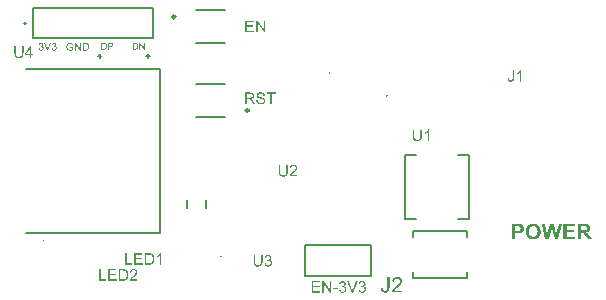
<source format=gto>
G04*
G04 #@! TF.GenerationSoftware,Altium Limited,Altium Designer,23.0.1 (38)*
G04*
G04 Layer_Color=65535*
%FSLAX25Y25*%
%MOIN*%
G70*
G04*
G04 #@! TF.SameCoordinates,F61D067F-344E-4115-8181-82DC4058F137*
G04*
G04*
G04 #@! TF.FilePolarity,Positive*
G04*
G01*
G75*
%ADD10C,0.00394*%
%ADD11C,0.00800*%
%ADD12C,0.00984*%
%ADD13C,0.00787*%
G36*
X21332Y82634D02*
Y82626D01*
Y82608D01*
Y82578D01*
X21329Y82536D01*
Y82487D01*
X21325Y82431D01*
X21321Y82367D01*
X21317Y82300D01*
X21310Y82229D01*
X21299Y82154D01*
X21276Y82000D01*
X21246Y81850D01*
X21224Y81779D01*
X21201Y81711D01*
Y81708D01*
X21194Y81696D01*
X21186Y81678D01*
X21175Y81655D01*
X21160Y81625D01*
X21141Y81591D01*
X21119Y81554D01*
X21092Y81512D01*
X21062Y81471D01*
X21029Y81426D01*
X20988Y81381D01*
X20946Y81332D01*
X20898Y81287D01*
X20845Y81243D01*
X20789Y81198D01*
X20725Y81156D01*
X20721Y81152D01*
X20710Y81149D01*
X20691Y81138D01*
X20665Y81122D01*
X20628Y81107D01*
X20586Y81089D01*
X20541Y81070D01*
X20485Y81051D01*
X20425Y81033D01*
X20358Y81014D01*
X20282Y80995D01*
X20204Y80980D01*
X20118Y80965D01*
X20028Y80954D01*
X19930Y80950D01*
X19829Y80946D01*
X19776D01*
X19739Y80950D01*
X19694Y80954D01*
X19641Y80958D01*
X19581Y80961D01*
X19518Y80969D01*
X19446Y80980D01*
X19375Y80991D01*
X19229Y81025D01*
X19154Y81044D01*
X19083Y81070D01*
X19011Y81096D01*
X18944Y81130D01*
X18940Y81134D01*
X18929Y81138D01*
X18910Y81149D01*
X18888Y81164D01*
X18861Y81182D01*
X18827Y81209D01*
X18794Y81235D01*
X18756Y81269D01*
X18715Y81302D01*
X18674Y81344D01*
X18632Y81389D01*
X18595Y81437D01*
X18557Y81490D01*
X18520Y81546D01*
X18486Y81606D01*
X18456Y81670D01*
Y81674D01*
X18449Y81685D01*
X18441Y81708D01*
X18434Y81734D01*
X18422Y81771D01*
X18411Y81813D01*
X18396Y81865D01*
X18385Y81921D01*
X18370Y81989D01*
X18355Y82060D01*
X18344Y82139D01*
X18332Y82225D01*
X18325Y82319D01*
X18317Y82416D01*
X18310Y82521D01*
Y82634D01*
Y84854D01*
X18820D01*
Y82634D01*
Y82630D01*
Y82611D01*
Y82585D01*
Y82551D01*
X18824Y82510D01*
Y82465D01*
X18827Y82412D01*
X18831Y82356D01*
X18843Y82232D01*
X18857Y82112D01*
X18869Y82052D01*
X18880Y81996D01*
X18895Y81944D01*
X18910Y81895D01*
Y81891D01*
X18914Y81884D01*
X18921Y81872D01*
X18929Y81858D01*
X18951Y81813D01*
X18985Y81760D01*
X19030Y81704D01*
X19083Y81644D01*
X19150Y81584D01*
X19229Y81531D01*
X19232D01*
X19240Y81528D01*
X19251Y81520D01*
X19270Y81512D01*
X19293Y81501D01*
X19319Y81490D01*
X19349Y81479D01*
X19383Y81467D01*
X19424Y81456D01*
X19465Y81445D01*
X19559Y81423D01*
X19668Y81407D01*
X19784Y81404D01*
X19836D01*
X19874Y81407D01*
X19922Y81411D01*
X19975Y81419D01*
X20031Y81426D01*
X20095Y81434D01*
X20226Y81464D01*
X20290Y81486D01*
X20358Y81509D01*
X20421Y81539D01*
X20481Y81573D01*
X20534Y81610D01*
X20583Y81655D01*
X20586Y81659D01*
X20594Y81666D01*
X20605Y81685D01*
X20620Y81708D01*
X20639Y81738D01*
X20658Y81775D01*
X20680Y81820D01*
X20703Y81872D01*
X20725Y81936D01*
X20748Y82007D01*
X20766Y82086D01*
X20785Y82176D01*
X20800Y82274D01*
X20811Y82383D01*
X20819Y82503D01*
X20822Y82634D01*
Y84854D01*
X21332D01*
Y82634D01*
D02*
G37*
G36*
X23972Y82360D02*
X24490D01*
Y81929D01*
X23972D01*
Y81010D01*
X23500D01*
Y81929D01*
X21831D01*
Y82360D01*
X23586Y84854D01*
X23972D01*
Y82360D01*
D02*
G37*
G36*
X199525Y20585D02*
X198425D01*
X197405Y24415D01*
X196390Y20585D01*
X195260D01*
X194045Y25710D01*
X195105D01*
X195875Y22185D01*
X196810Y25710D01*
X198040D01*
X198940Y22130D01*
X199725Y25710D01*
X200770D01*
X199525Y20585D01*
D02*
G37*
G36*
X208455Y25705D02*
X208535D01*
X208620Y25700D01*
X208710Y25695D01*
X208905Y25675D01*
X209105Y25650D01*
X209200Y25635D01*
X209290Y25615D01*
X209370Y25595D01*
X209445Y25570D01*
X209450D01*
X209460Y25565D01*
X209480Y25555D01*
X209505Y25545D01*
X209540Y25525D01*
X209575Y25505D01*
X209660Y25455D01*
X209755Y25390D01*
X209855Y25300D01*
X209955Y25200D01*
X210000Y25140D01*
X210045Y25075D01*
X210050Y25070D01*
X210055Y25060D01*
X210065Y25040D01*
X210080Y25015D01*
X210095Y24980D01*
X210115Y24940D01*
X210135Y24895D01*
X210160Y24845D01*
X210180Y24785D01*
X210200Y24725D01*
X210235Y24590D01*
X210260Y24435D01*
X210270Y24355D01*
Y24270D01*
Y24265D01*
Y24245D01*
Y24215D01*
X210265Y24175D01*
X210260Y24125D01*
X210250Y24070D01*
X210240Y24005D01*
X210230Y23935D01*
X210185Y23785D01*
X210160Y23705D01*
X210125Y23625D01*
X210090Y23545D01*
X210040Y23470D01*
X209990Y23395D01*
X209930Y23320D01*
X209925Y23315D01*
X209915Y23305D01*
X209895Y23285D01*
X209865Y23260D01*
X209830Y23230D01*
X209785Y23195D01*
X209735Y23160D01*
X209675Y23120D01*
X209610Y23080D01*
X209535Y23040D01*
X209450Y23000D01*
X209360Y22960D01*
X209260Y22925D01*
X209155Y22895D01*
X209040Y22865D01*
X208915Y22845D01*
X208920D01*
X208930Y22835D01*
X208945Y22825D01*
X208970Y22810D01*
X209000Y22795D01*
X209030Y22770D01*
X209110Y22720D01*
X209195Y22655D01*
X209290Y22580D01*
X209380Y22500D01*
X209465Y22415D01*
X209470Y22410D01*
X209475Y22405D01*
X209490Y22390D01*
X209505Y22370D01*
X209525Y22340D01*
X209555Y22310D01*
X209585Y22270D01*
X209620Y22225D01*
X209660Y22170D01*
X209705Y22110D01*
X209755Y22040D01*
X209805Y21965D01*
X209865Y21885D01*
X209925Y21790D01*
X209990Y21695D01*
X210055Y21585D01*
X210685Y20585D01*
X209445D01*
X208700Y21700D01*
X208695Y21705D01*
X208685Y21725D01*
X208660Y21755D01*
X208635Y21795D01*
X208605Y21845D01*
X208565Y21895D01*
X208480Y22015D01*
X208390Y22145D01*
X208300Y22270D01*
X208260Y22325D01*
X208220Y22375D01*
X208185Y22415D01*
X208155Y22450D01*
X208150Y22455D01*
X208130Y22475D01*
X208100Y22500D01*
X208060Y22535D01*
X208015Y22570D01*
X207965Y22605D01*
X207905Y22640D01*
X207845Y22665D01*
X207835Y22670D01*
X207815Y22675D01*
X207775Y22685D01*
X207720Y22695D01*
X207645Y22705D01*
X207555Y22715D01*
X207445Y22725D01*
X207115D01*
Y20585D01*
X206080D01*
Y25710D01*
X208390D01*
X208455Y25705D01*
D02*
G37*
G36*
X205100Y24845D02*
X202340D01*
Y23710D01*
X204910D01*
Y22845D01*
X202340D01*
Y21450D01*
X205200D01*
Y20585D01*
X201305D01*
Y25710D01*
X205100D01*
Y24845D01*
D02*
G37*
G36*
X186170Y25705D02*
X186265D01*
X186365Y25700D01*
X186570Y25690D01*
X186675Y25685D01*
X186775Y25675D01*
X186865Y25665D01*
X186950Y25655D01*
X187025Y25645D01*
X187085Y25630D01*
X187090D01*
X187105Y25625D01*
X187130Y25615D01*
X187160Y25605D01*
X187195Y25590D01*
X187240Y25575D01*
X187290Y25550D01*
X187340Y25525D01*
X187460Y25460D01*
X187520Y25415D01*
X187580Y25370D01*
X187645Y25320D01*
X187705Y25260D01*
X187765Y25200D01*
X187820Y25130D01*
X187825Y25125D01*
X187835Y25110D01*
X187850Y25090D01*
X187865Y25060D01*
X187890Y25020D01*
X187915Y24975D01*
X187940Y24920D01*
X187970Y24860D01*
X188000Y24790D01*
X188025Y24715D01*
X188050Y24635D01*
X188075Y24545D01*
X188090Y24450D01*
X188105Y24350D01*
X188115Y24245D01*
X188120Y24130D01*
Y24125D01*
Y24110D01*
Y24085D01*
X188115Y24050D01*
Y24010D01*
X188110Y23965D01*
X188105Y23910D01*
X188100Y23855D01*
X188075Y23730D01*
X188045Y23595D01*
X188005Y23465D01*
X187945Y23335D01*
Y23330D01*
X187935Y23320D01*
X187930Y23305D01*
X187915Y23280D01*
X187875Y23225D01*
X187825Y23150D01*
X187765Y23070D01*
X187690Y22985D01*
X187605Y22905D01*
X187510Y22830D01*
X187505D01*
X187500Y22820D01*
X187485Y22815D01*
X187465Y22800D01*
X187415Y22770D01*
X187345Y22735D01*
X187265Y22690D01*
X187175Y22655D01*
X187075Y22620D01*
X186975Y22590D01*
X186970D01*
X186960Y22585D01*
X186935D01*
X186905Y22580D01*
X186870Y22575D01*
X186820Y22570D01*
X186765Y22560D01*
X186705Y22555D01*
X186630Y22550D01*
X186550Y22540D01*
X186465Y22535D01*
X186370Y22530D01*
X186265Y22525D01*
X186150D01*
X186035Y22520D01*
X185235D01*
Y20585D01*
X184200D01*
Y25710D01*
X186085D01*
X186170Y25705D01*
D02*
G37*
G36*
X191315Y25795D02*
X191350D01*
X191425Y25790D01*
X191525Y25780D01*
X191635Y25765D01*
X191755Y25740D01*
X191890Y25710D01*
X192030Y25675D01*
X192180Y25630D01*
X192330Y25570D01*
X192480Y25505D01*
X192630Y25420D01*
X192775Y25330D01*
X192920Y25220D01*
X193050Y25095D01*
X193060Y25085D01*
X193080Y25060D01*
X193115Y25020D01*
X193155Y24965D01*
X193210Y24895D01*
X193265Y24805D01*
X193330Y24705D01*
X193395Y24585D01*
X193455Y24455D01*
X193520Y24310D01*
X193575Y24145D01*
X193630Y23975D01*
X193670Y23785D01*
X193705Y23585D01*
X193725Y23370D01*
X193735Y23140D01*
Y23135D01*
Y23125D01*
Y23110D01*
Y23085D01*
Y23055D01*
X193730Y23020D01*
Y22980D01*
X193725Y22935D01*
X193715Y22830D01*
X193700Y22710D01*
X193680Y22575D01*
X193650Y22435D01*
X193615Y22280D01*
X193570Y22120D01*
X193515Y21960D01*
X193450Y21800D01*
X193370Y21640D01*
X193280Y21485D01*
X193175Y21335D01*
X193055Y21200D01*
X193045Y21190D01*
X193025Y21170D01*
X192985Y21135D01*
X192930Y21090D01*
X192865Y21040D01*
X192780Y20980D01*
X192685Y20915D01*
X192575Y20850D01*
X192455Y20785D01*
X192320Y20720D01*
X192170Y20665D01*
X192010Y20610D01*
X191835Y20565D01*
X191650Y20530D01*
X191455Y20510D01*
X191250Y20500D01*
X191200D01*
X191175Y20505D01*
X191140D01*
X191060Y20510D01*
X190965Y20520D01*
X190855Y20535D01*
X190730Y20560D01*
X190595Y20585D01*
X190455Y20625D01*
X190305Y20670D01*
X190155Y20725D01*
X190005Y20795D01*
X189855Y20875D01*
X189705Y20965D01*
X189565Y21075D01*
X189435Y21195D01*
X189430Y21205D01*
X189405Y21225D01*
X189375Y21265D01*
X189330Y21325D01*
X189280Y21395D01*
X189220Y21480D01*
X189160Y21580D01*
X189100Y21695D01*
X189035Y21825D01*
X188975Y21970D01*
X188915Y22125D01*
X188865Y22300D01*
X188820Y22485D01*
X188790Y22680D01*
X188770Y22890D01*
X188760Y23115D01*
Y23125D01*
Y23150D01*
Y23190D01*
X188765Y23245D01*
Y23315D01*
X188770Y23390D01*
X188780Y23480D01*
X188790Y23575D01*
X188800Y23675D01*
X188815Y23780D01*
X188855Y24000D01*
X188915Y24220D01*
X188950Y24330D01*
X188990Y24430D01*
Y24435D01*
X189000Y24450D01*
X189010Y24470D01*
X189020Y24495D01*
X189040Y24530D01*
X189060Y24570D01*
X189085Y24615D01*
X189115Y24665D01*
X189185Y24770D01*
X189265Y24890D01*
X189360Y25010D01*
X189465Y25130D01*
X189470Y25135D01*
X189480Y25145D01*
X189495Y25160D01*
X189520Y25180D01*
X189545Y25210D01*
X189580Y25240D01*
X189665Y25305D01*
X189760Y25380D01*
X189875Y25460D01*
X190000Y25530D01*
X190130Y25595D01*
X190135D01*
X190150Y25605D01*
X190180Y25615D01*
X190215Y25625D01*
X190260Y25645D01*
X190315Y25660D01*
X190380Y25680D01*
X190450Y25700D01*
X190525Y25715D01*
X190610Y25735D01*
X190705Y25755D01*
X190800Y25770D01*
X190905Y25780D01*
X191010Y25790D01*
X191240Y25800D01*
X191290D01*
X191315Y25795D01*
D02*
G37*
G36*
X31587Y86060D02*
X31607D01*
X31628Y86058D01*
X31653Y86055D01*
X31680Y86053D01*
X31740Y86040D01*
X31802Y86025D01*
X31870Y86002D01*
X31938Y85972D01*
X31940D01*
X31945Y85967D01*
X31955Y85962D01*
X31967Y85955D01*
X31982Y85948D01*
X31997Y85935D01*
X32037Y85908D01*
X32083Y85873D01*
X32127Y85830D01*
X32170Y85780D01*
X32208Y85725D01*
Y85723D01*
X32212Y85717D01*
X32217Y85710D01*
X32223Y85698D01*
X32230Y85685D01*
X32237Y85668D01*
X32255Y85625D01*
X32272Y85577D01*
X32287Y85520D01*
X32298Y85460D01*
X32302Y85395D01*
Y85392D01*
Y85387D01*
Y85380D01*
X32300Y85368D01*
Y85352D01*
X32298Y85335D01*
X32293Y85295D01*
X32280Y85247D01*
X32265Y85198D01*
X32243Y85145D01*
X32212Y85093D01*
Y85090D01*
X32208Y85088D01*
X32203Y85080D01*
X32195Y85070D01*
X32175Y85045D01*
X32145Y85015D01*
X32107Y84980D01*
X32063Y84945D01*
X32010Y84910D01*
X31947Y84878D01*
X31950D01*
X31958Y84875D01*
X31970Y84873D01*
X31985Y84868D01*
X32005Y84860D01*
X32025Y84852D01*
X32078Y84830D01*
X32133Y84803D01*
X32193Y84763D01*
X32250Y84718D01*
X32275Y84690D01*
X32300Y84660D01*
X32302Y84658D01*
X32305Y84653D01*
X32313Y84642D01*
X32320Y84630D01*
X32330Y84615D01*
X32340Y84595D01*
X32353Y84572D01*
X32365Y84548D01*
X32375Y84518D01*
X32388Y84487D01*
X32397Y84452D01*
X32408Y84417D01*
X32423Y84338D01*
X32425Y84293D01*
X32427Y84247D01*
Y84245D01*
Y84232D01*
X32425Y84215D01*
Y84193D01*
X32420Y84162D01*
X32415Y84130D01*
X32408Y84092D01*
X32397Y84050D01*
X32385Y84008D01*
X32368Y83963D01*
X32348Y83915D01*
X32325Y83868D01*
X32295Y83820D01*
X32263Y83770D01*
X32225Y83725D01*
X32182Y83680D01*
X32180Y83678D01*
X32173Y83670D01*
X32157Y83657D01*
X32138Y83645D01*
X32115Y83625D01*
X32085Y83608D01*
X32052Y83585D01*
X32013Y83565D01*
X31970Y83543D01*
X31923Y83520D01*
X31872Y83503D01*
X31817Y83485D01*
X31760Y83470D01*
X31697Y83457D01*
X31633Y83450D01*
X31563Y83447D01*
X31547D01*
X31530Y83450D01*
X31508D01*
X31477Y83452D01*
X31445Y83457D01*
X31407Y83465D01*
X31365Y83473D01*
X31323Y83482D01*
X31277Y83498D01*
X31230Y83513D01*
X31185Y83533D01*
X31137Y83555D01*
X31090Y83583D01*
X31045Y83613D01*
X31003Y83648D01*
X31000Y83650D01*
X30992Y83657D01*
X30983Y83667D01*
X30968Y83685D01*
X30950Y83705D01*
X30930Y83728D01*
X30910Y83755D01*
X30887Y83788D01*
X30865Y83823D01*
X30843Y83863D01*
X30823Y83905D01*
X30803Y83952D01*
X30785Y84003D01*
X30770Y84055D01*
X30757Y84110D01*
X30750Y84170D01*
X31065Y84212D01*
Y84210D01*
X31067Y84200D01*
X31070Y84188D01*
X31075Y84167D01*
X31080Y84148D01*
X31087Y84120D01*
X31097Y84092D01*
X31108Y84062D01*
X31133Y84000D01*
X31165Y83935D01*
X31203Y83875D01*
X31225Y83850D01*
X31247Y83825D01*
X31250D01*
X31253Y83820D01*
X31260Y83815D01*
X31270Y83807D01*
X31282Y83798D01*
X31297Y83788D01*
X31335Y83767D01*
X31383Y83745D01*
X31438Y83725D01*
X31497Y83713D01*
X31530Y83710D01*
X31565Y83707D01*
X31587D01*
X31602Y83710D01*
X31622Y83713D01*
X31642Y83715D01*
X31668Y83720D01*
X31695Y83728D01*
X31755Y83745D01*
X31785Y83758D01*
X31817Y83772D01*
X31850Y83790D01*
X31880Y83810D01*
X31910Y83833D01*
X31940Y83860D01*
X31942Y83863D01*
X31947Y83868D01*
X31955Y83875D01*
X31965Y83887D01*
X31975Y83903D01*
X31988Y83920D01*
X32002Y83940D01*
X32017Y83965D01*
X32030Y83990D01*
X32045Y84020D01*
X32070Y84085D01*
X32078Y84120D01*
X32085Y84158D01*
X32090Y84197D01*
X32092Y84240D01*
Y84242D01*
Y84250D01*
Y84260D01*
X32090Y84277D01*
X32087Y84295D01*
X32085Y84317D01*
X32080Y84340D01*
X32075Y84368D01*
X32057Y84422D01*
X32048Y84452D01*
X32032Y84483D01*
X32015Y84513D01*
X31997Y84543D01*
X31975Y84570D01*
X31950Y84597D01*
X31947Y84600D01*
X31942Y84602D01*
X31935Y84610D01*
X31925Y84620D01*
X31910Y84630D01*
X31892Y84642D01*
X31875Y84655D01*
X31852Y84667D01*
X31828Y84680D01*
X31800Y84693D01*
X31738Y84715D01*
X31668Y84733D01*
X31630Y84735D01*
X31590Y84737D01*
X31575D01*
X31555Y84735D01*
X31530Y84733D01*
X31497Y84730D01*
X31460Y84725D01*
X31418Y84715D01*
X31370Y84705D01*
X31405Y84980D01*
X31410D01*
X31422Y84978D01*
X31440Y84975D01*
X31475D01*
X31490Y84978D01*
X31508D01*
X31528Y84980D01*
X31550Y84985D01*
X31575Y84987D01*
X31633Y85000D01*
X31692Y85020D01*
X31755Y85045D01*
X31817Y85080D01*
X31820Y85083D01*
X31825Y85085D01*
X31833Y85090D01*
X31842Y85100D01*
X31855Y85110D01*
X31870Y85125D01*
X31883Y85140D01*
X31900Y85160D01*
X31915Y85180D01*
X31927Y85205D01*
X31942Y85233D01*
X31955Y85260D01*
X31965Y85293D01*
X31973Y85328D01*
X31977Y85362D01*
X31980Y85403D01*
Y85405D01*
Y85410D01*
Y85420D01*
X31977Y85432D01*
Y85448D01*
X31975Y85465D01*
X31965Y85505D01*
X31953Y85550D01*
X31930Y85597D01*
X31903Y85645D01*
X31883Y85668D01*
X31863Y85690D01*
X31860Y85693D01*
X31857Y85695D01*
X31850Y85700D01*
X31842Y85707D01*
X31815Y85728D01*
X31780Y85747D01*
X31738Y85768D01*
X31685Y85787D01*
X31625Y85800D01*
X31595Y85805D01*
X31543D01*
X31530Y85803D01*
X31512D01*
X31495Y85800D01*
X31453Y85790D01*
X31403Y85777D01*
X31352Y85755D01*
X31300Y85728D01*
X31275Y85707D01*
X31253Y85688D01*
X31250Y85685D01*
X31247Y85682D01*
X31240Y85675D01*
X31233Y85665D01*
X31223Y85655D01*
X31212Y85640D01*
X31200Y85623D01*
X31187Y85602D01*
X31175Y85577D01*
X31160Y85553D01*
X31148Y85525D01*
X31135Y85492D01*
X31125Y85460D01*
X31113Y85422D01*
X31105Y85385D01*
X31097Y85343D01*
X30782Y85397D01*
Y85400D01*
X30785Y85413D01*
X30790Y85427D01*
X30795Y85450D01*
X30803Y85475D01*
X30812Y85508D01*
X30823Y85540D01*
X30838Y85577D01*
X30852Y85615D01*
X30872Y85655D01*
X30893Y85698D01*
X30918Y85738D01*
X30942Y85777D01*
X30972Y85817D01*
X31008Y85852D01*
X31043Y85887D01*
X31045Y85890D01*
X31053Y85895D01*
X31062Y85903D01*
X31080Y85915D01*
X31100Y85927D01*
X31122Y85943D01*
X31152Y85960D01*
X31183Y85975D01*
X31218Y85992D01*
X31258Y86007D01*
X31300Y86023D01*
X31345Y86035D01*
X31392Y86048D01*
X31442Y86055D01*
X31497Y86060D01*
X31552Y86063D01*
X31572D01*
X31587Y86060D01*
D02*
G37*
G36*
X27210D02*
X27230D01*
X27250Y86058D01*
X27275Y86055D01*
X27303Y86053D01*
X27362Y86040D01*
X27425Y86025D01*
X27492Y86002D01*
X27560Y85972D01*
X27562D01*
X27567Y85967D01*
X27577Y85962D01*
X27590Y85955D01*
X27605Y85948D01*
X27620Y85935D01*
X27660Y85908D01*
X27705Y85873D01*
X27750Y85830D01*
X27793Y85780D01*
X27830Y85725D01*
Y85723D01*
X27835Y85717D01*
X27840Y85710D01*
X27845Y85698D01*
X27852Y85685D01*
X27860Y85668D01*
X27878Y85625D01*
X27895Y85577D01*
X27910Y85520D01*
X27920Y85460D01*
X27925Y85395D01*
Y85392D01*
Y85387D01*
Y85380D01*
X27922Y85368D01*
Y85352D01*
X27920Y85335D01*
X27915Y85295D01*
X27902Y85247D01*
X27887Y85198D01*
X27865Y85145D01*
X27835Y85093D01*
Y85090D01*
X27830Y85088D01*
X27825Y85080D01*
X27817Y85070D01*
X27797Y85045D01*
X27768Y85015D01*
X27730Y84980D01*
X27685Y84945D01*
X27632Y84910D01*
X27570Y84878D01*
X27573D01*
X27580Y84875D01*
X27593Y84873D01*
X27608Y84868D01*
X27628Y84860D01*
X27648Y84852D01*
X27700Y84830D01*
X27755Y84803D01*
X27815Y84763D01*
X27872Y84718D01*
X27898Y84690D01*
X27922Y84660D01*
X27925Y84658D01*
X27928Y84653D01*
X27935Y84642D01*
X27942Y84630D01*
X27953Y84615D01*
X27962Y84595D01*
X27975Y84572D01*
X27988Y84548D01*
X27997Y84518D01*
X28010Y84487D01*
X28020Y84452D01*
X28030Y84417D01*
X28045Y84338D01*
X28047Y84293D01*
X28050Y84247D01*
Y84245D01*
Y84232D01*
X28047Y84215D01*
Y84193D01*
X28043Y84162D01*
X28038Y84130D01*
X28030Y84092D01*
X28020Y84050D01*
X28008Y84008D01*
X27990Y83963D01*
X27970Y83915D01*
X27948Y83868D01*
X27918Y83820D01*
X27885Y83770D01*
X27847Y83725D01*
X27805Y83680D01*
X27803Y83678D01*
X27795Y83670D01*
X27780Y83657D01*
X27760Y83645D01*
X27738Y83625D01*
X27707Y83608D01*
X27675Y83585D01*
X27635Y83565D01*
X27593Y83543D01*
X27545Y83520D01*
X27495Y83503D01*
X27440Y83485D01*
X27382Y83470D01*
X27320Y83457D01*
X27255Y83450D01*
X27185Y83447D01*
X27170D01*
X27152Y83450D01*
X27130D01*
X27100Y83452D01*
X27068Y83457D01*
X27030Y83465D01*
X26987Y83473D01*
X26945Y83482D01*
X26900Y83498D01*
X26853Y83513D01*
X26807Y83533D01*
X26760Y83555D01*
X26713Y83583D01*
X26667Y83613D01*
X26625Y83648D01*
X26623Y83650D01*
X26615Y83657D01*
X26605Y83667D01*
X26590Y83685D01*
X26572Y83705D01*
X26553Y83728D01*
X26533Y83755D01*
X26510Y83788D01*
X26487Y83823D01*
X26465Y83863D01*
X26445Y83905D01*
X26425Y83952D01*
X26408Y84003D01*
X26392Y84055D01*
X26380Y84110D01*
X26373Y84170D01*
X26687Y84212D01*
Y84210D01*
X26690Y84200D01*
X26693Y84188D01*
X26697Y84167D01*
X26702Y84148D01*
X26710Y84120D01*
X26720Y84092D01*
X26730Y84062D01*
X26755Y84000D01*
X26787Y83935D01*
X26825Y83875D01*
X26847Y83850D01*
X26870Y83825D01*
X26873D01*
X26875Y83820D01*
X26882Y83815D01*
X26893Y83807D01*
X26905Y83798D01*
X26920Y83788D01*
X26957Y83767D01*
X27005Y83745D01*
X27060Y83725D01*
X27120Y83713D01*
X27152Y83710D01*
X27187Y83707D01*
X27210D01*
X27225Y83710D01*
X27245Y83713D01*
X27265Y83715D01*
X27290Y83720D01*
X27318Y83728D01*
X27378Y83745D01*
X27408Y83758D01*
X27440Y83772D01*
X27472Y83790D01*
X27503Y83810D01*
X27533Y83833D01*
X27562Y83860D01*
X27565Y83863D01*
X27570Y83868D01*
X27577Y83875D01*
X27588Y83887D01*
X27597Y83903D01*
X27610Y83920D01*
X27625Y83940D01*
X27640Y83965D01*
X27652Y83990D01*
X27667Y84020D01*
X27692Y84085D01*
X27700Y84120D01*
X27707Y84158D01*
X27713Y84197D01*
X27715Y84240D01*
Y84242D01*
Y84250D01*
Y84260D01*
X27713Y84277D01*
X27710Y84295D01*
X27707Y84317D01*
X27703Y84340D01*
X27698Y84368D01*
X27680Y84422D01*
X27670Y84452D01*
X27655Y84483D01*
X27637Y84513D01*
X27620Y84543D01*
X27597Y84570D01*
X27573Y84597D01*
X27570Y84600D01*
X27565Y84602D01*
X27558Y84610D01*
X27547Y84620D01*
X27533Y84630D01*
X27515Y84642D01*
X27498Y84655D01*
X27475Y84667D01*
X27450Y84680D01*
X27422Y84693D01*
X27360Y84715D01*
X27290Y84733D01*
X27253Y84735D01*
X27213Y84737D01*
X27198D01*
X27178Y84735D01*
X27152Y84733D01*
X27120Y84730D01*
X27082Y84725D01*
X27040Y84715D01*
X26992Y84705D01*
X27027Y84980D01*
X27033D01*
X27045Y84978D01*
X27062Y84975D01*
X27097D01*
X27112Y84978D01*
X27130D01*
X27150Y84980D01*
X27172Y84985D01*
X27198Y84987D01*
X27255Y85000D01*
X27315Y85020D01*
X27378Y85045D01*
X27440Y85080D01*
X27442Y85083D01*
X27448Y85085D01*
X27455Y85090D01*
X27465Y85100D01*
X27477Y85110D01*
X27492Y85125D01*
X27505Y85140D01*
X27523Y85160D01*
X27538Y85180D01*
X27550Y85205D01*
X27565Y85233D01*
X27577Y85260D01*
X27588Y85293D01*
X27595Y85328D01*
X27600Y85362D01*
X27602Y85403D01*
Y85405D01*
Y85410D01*
Y85420D01*
X27600Y85432D01*
Y85448D01*
X27597Y85465D01*
X27588Y85505D01*
X27575Y85550D01*
X27553Y85597D01*
X27525Y85645D01*
X27505Y85668D01*
X27485Y85690D01*
X27483Y85693D01*
X27480Y85695D01*
X27472Y85700D01*
X27465Y85707D01*
X27437Y85728D01*
X27402Y85747D01*
X27360Y85768D01*
X27308Y85787D01*
X27248Y85800D01*
X27218Y85805D01*
X27165D01*
X27152Y85803D01*
X27135D01*
X27117Y85800D01*
X27075Y85790D01*
X27025Y85777D01*
X26975Y85755D01*
X26923Y85728D01*
X26897Y85707D01*
X26875Y85688D01*
X26873Y85685D01*
X26870Y85682D01*
X26862Y85675D01*
X26855Y85665D01*
X26845Y85655D01*
X26835Y85640D01*
X26823Y85623D01*
X26810Y85602D01*
X26798Y85577D01*
X26783Y85553D01*
X26770Y85525D01*
X26757Y85492D01*
X26748Y85460D01*
X26735Y85422D01*
X26728Y85385D01*
X26720Y85343D01*
X26405Y85397D01*
Y85400D01*
X26408Y85413D01*
X26412Y85427D01*
X26417Y85450D01*
X26425Y85475D01*
X26435Y85508D01*
X26445Y85540D01*
X26460Y85577D01*
X26475Y85615D01*
X26495Y85655D01*
X26515Y85698D01*
X26540Y85738D01*
X26565Y85777D01*
X26595Y85817D01*
X26630Y85852D01*
X26665Y85887D01*
X26667Y85890D01*
X26675Y85895D01*
X26685Y85903D01*
X26702Y85915D01*
X26722Y85927D01*
X26745Y85943D01*
X26775Y85960D01*
X26805Y85975D01*
X26840Y85992D01*
X26880Y86007D01*
X26923Y86023D01*
X26967Y86035D01*
X27015Y86048D01*
X27065Y86055D01*
X27120Y86060D01*
X27175Y86063D01*
X27195D01*
X27210Y86060D01*
D02*
G37*
G36*
X29570Y83490D02*
X29217D01*
X28227Y86053D01*
X28595D01*
X29260Y84190D01*
Y84188D01*
X29263Y84180D01*
X29267Y84167D01*
X29272Y84153D01*
X29280Y84132D01*
X29287Y84108D01*
X29298Y84083D01*
X29307Y84052D01*
X29327Y83987D01*
X29350Y83917D01*
X29373Y83845D01*
X29395Y83770D01*
Y83772D01*
X29397Y83780D01*
X29400Y83790D01*
X29405Y83805D01*
X29412Y83825D01*
X29417Y83847D01*
X29425Y83872D01*
X29435Y83903D01*
X29455Y83965D01*
X29478Y84035D01*
X29505Y84113D01*
X29533Y84190D01*
X30228Y86053D01*
X30573D01*
X29570Y83490D01*
D02*
G37*
G36*
X36942Y86060D02*
X36965D01*
X36995Y86058D01*
X37027Y86055D01*
X37062Y86050D01*
X37100Y86045D01*
X37140Y86040D01*
X37222Y86023D01*
X37310Y86000D01*
X37395Y85970D01*
X37398D01*
X37405Y85965D01*
X37418Y85960D01*
X37433Y85953D01*
X37450Y85945D01*
X37473Y85932D01*
X37523Y85905D01*
X37580Y85870D01*
X37637Y85827D01*
X37695Y85777D01*
X37747Y85720D01*
X37750Y85717D01*
X37753Y85712D01*
X37760Y85703D01*
X37770Y85690D01*
X37780Y85675D01*
X37793Y85655D01*
X37805Y85632D01*
X37820Y85607D01*
X37837Y85580D01*
X37852Y85548D01*
X37868Y85513D01*
X37885Y85475D01*
X37900Y85435D01*
X37915Y85392D01*
X37930Y85347D01*
X37942Y85300D01*
X37637Y85217D01*
Y85220D01*
X37635Y85225D01*
X37633Y85237D01*
X37628Y85250D01*
X37622Y85265D01*
X37615Y85285D01*
X37598Y85330D01*
X37578Y85378D01*
X37552Y85430D01*
X37525Y85480D01*
X37492Y85525D01*
Y85527D01*
X37488Y85530D01*
X37477Y85543D01*
X37457Y85565D01*
X37430Y85590D01*
X37395Y85618D01*
X37352Y85647D01*
X37305Y85677D01*
X37247Y85705D01*
X37245D01*
X37240Y85707D01*
X37233Y85712D01*
X37220Y85715D01*
X37205Y85720D01*
X37187Y85728D01*
X37168Y85733D01*
X37145Y85740D01*
X37093Y85750D01*
X37032Y85763D01*
X36965Y85770D01*
X36895Y85773D01*
X36855D01*
X36835Y85770D01*
X36812D01*
X36788Y85768D01*
X36757Y85763D01*
X36695Y85755D01*
X36628Y85742D01*
X36557Y85725D01*
X36492Y85700D01*
X36490D01*
X36485Y85698D01*
X36478Y85693D01*
X36465Y85688D01*
X36450Y85680D01*
X36435Y85672D01*
X36395Y85650D01*
X36353Y85623D01*
X36307Y85593D01*
X36263Y85555D01*
X36220Y85513D01*
X36215Y85508D01*
X36202Y85492D01*
X36185Y85470D01*
X36162Y85438D01*
X36135Y85400D01*
X36110Y85357D01*
X36083Y85310D01*
X36060Y85260D01*
Y85258D01*
X36055Y85250D01*
X36050Y85237D01*
X36045Y85217D01*
X36037Y85198D01*
X36030Y85170D01*
X36020Y85140D01*
X36013Y85107D01*
X36002Y85070D01*
X35993Y85030D01*
X35985Y84987D01*
X35978Y84943D01*
X35967Y84847D01*
X35963Y84745D01*
Y84740D01*
Y84730D01*
Y84712D01*
X35965Y84688D01*
Y84658D01*
X35970Y84625D01*
X35972Y84588D01*
X35978Y84545D01*
X35982Y84500D01*
X35993Y84455D01*
X36013Y84358D01*
X36042Y84263D01*
X36060Y84215D01*
X36080Y84170D01*
X36083Y84167D01*
X36085Y84160D01*
X36092Y84148D01*
X36103Y84132D01*
X36115Y84113D01*
X36130Y84092D01*
X36147Y84067D01*
X36167Y84040D01*
X36190Y84013D01*
X36215Y83985D01*
X36242Y83957D01*
X36275Y83928D01*
X36307Y83900D01*
X36342Y83875D01*
X36382Y83850D01*
X36423Y83828D01*
X36425D01*
X36432Y83823D01*
X36445Y83817D01*
X36463Y83810D01*
X36483Y83802D01*
X36507Y83793D01*
X36535Y83783D01*
X36568Y83772D01*
X36600Y83763D01*
X36637Y83753D01*
X36720Y83735D01*
X36808Y83723D01*
X36852Y83720D01*
X36900Y83718D01*
X36922D01*
X36937Y83720D01*
X36957D01*
X36980Y83723D01*
X37007Y83725D01*
X37038Y83728D01*
X37102Y83737D01*
X37175Y83753D01*
X37253Y83772D01*
X37330Y83800D01*
X37332D01*
X37340Y83805D01*
X37350Y83807D01*
X37365Y83815D01*
X37383Y83823D01*
X37402Y83833D01*
X37450Y83855D01*
X37500Y83882D01*
X37552Y83912D01*
X37605Y83947D01*
X37650Y83982D01*
Y84460D01*
X36898D01*
Y84763D01*
X37982D01*
Y83810D01*
X37980Y83807D01*
X37973Y83802D01*
X37958Y83790D01*
X37940Y83777D01*
X37918Y83760D01*
X37890Y83742D01*
X37857Y83723D01*
X37825Y83700D01*
X37788Y83675D01*
X37747Y83650D01*
X37660Y83602D01*
X37565Y83555D01*
X37465Y83513D01*
X37462D01*
X37453Y83508D01*
X37440Y83503D01*
X37420Y83498D01*
X37395Y83490D01*
X37367Y83480D01*
X37335Y83473D01*
X37297Y83463D01*
X37258Y83452D01*
X37215Y83445D01*
X37170Y83435D01*
X37122Y83428D01*
X37025Y83417D01*
X36920Y83412D01*
X36882D01*
X36858Y83415D01*
X36823Y83417D01*
X36785Y83420D01*
X36740Y83425D01*
X36693Y83433D01*
X36640Y83440D01*
X36588Y83452D01*
X36530Y83465D01*
X36470Y83480D01*
X36410Y83498D01*
X36350Y83520D01*
X36292Y83545D01*
X36233Y83573D01*
X36230Y83575D01*
X36220Y83580D01*
X36202Y83590D01*
X36182Y83602D01*
X36158Y83620D01*
X36127Y83640D01*
X36095Y83665D01*
X36060Y83693D01*
X36022Y83723D01*
X35985Y83758D01*
X35945Y83798D01*
X35908Y83837D01*
X35870Y83882D01*
X35833Y83933D01*
X35800Y83985D01*
X35767Y84040D01*
X35765Y84043D01*
X35760Y84055D01*
X35752Y84070D01*
X35743Y84095D01*
X35732Y84123D01*
X35717Y84158D01*
X35705Y84197D01*
X35690Y84240D01*
X35675Y84290D01*
X35662Y84342D01*
X35647Y84400D01*
X35638Y84460D01*
X35627Y84522D01*
X35620Y84588D01*
X35615Y84655D01*
X35612Y84725D01*
Y84730D01*
Y84742D01*
Y84763D01*
X35615Y84787D01*
X35618Y84822D01*
X35620Y84860D01*
X35625Y84905D01*
X35633Y84952D01*
X35640Y85005D01*
X35650Y85060D01*
X35662Y85118D01*
X35677Y85177D01*
X35695Y85237D01*
X35717Y85300D01*
X35740Y85360D01*
X35767Y85422D01*
X35770Y85427D01*
X35775Y85438D01*
X35785Y85453D01*
X35798Y85475D01*
X35813Y85502D01*
X35833Y85532D01*
X35855Y85567D01*
X35882Y85605D01*
X35912Y85642D01*
X35947Y85682D01*
X35982Y85723D01*
X36025Y85763D01*
X36068Y85803D01*
X36115Y85840D01*
X36165Y85873D01*
X36217Y85905D01*
X36220Y85908D01*
X36230Y85913D01*
X36248Y85920D01*
X36270Y85930D01*
X36298Y85943D01*
X36330Y85955D01*
X36370Y85970D01*
X36413Y85985D01*
X36460Y85997D01*
X36513Y86013D01*
X36568Y86025D01*
X36628Y86037D01*
X36690Y86048D01*
X36755Y86055D01*
X36825Y86060D01*
X36895Y86063D01*
X36922D01*
X36942Y86060D01*
D02*
G37*
G36*
X40500Y83455D02*
X40150D01*
X38805Y85465D01*
Y83455D01*
X38480D01*
Y86018D01*
X38827D01*
X40175Y84005D01*
Y86018D01*
X40500D01*
Y83455D01*
D02*
G37*
G36*
X42053Y86015D02*
X42085D01*
X42118Y86013D01*
X42193Y86007D01*
X42268Y86002D01*
X42340Y85992D01*
X42375Y85988D01*
X42405Y85980D01*
X42408D01*
X42415Y85978D01*
X42428Y85975D01*
X42443Y85970D01*
X42463Y85965D01*
X42483Y85957D01*
X42507Y85948D01*
X42535Y85938D01*
X42595Y85913D01*
X42658Y85880D01*
X42722Y85843D01*
X42783Y85795D01*
X42785Y85792D01*
X42792Y85787D01*
X42803Y85777D01*
X42815Y85765D01*
X42832Y85747D01*
X42853Y85728D01*
X42873Y85703D01*
X42897Y85677D01*
X42920Y85647D01*
X42945Y85612D01*
X42970Y85577D01*
X42995Y85540D01*
X43020Y85497D01*
X43042Y85453D01*
X43085Y85357D01*
Y85355D01*
X43090Y85345D01*
X43095Y85330D01*
X43100Y85310D01*
X43110Y85285D01*
X43117Y85255D01*
X43128Y85220D01*
X43137Y85182D01*
X43145Y85140D01*
X43155Y85093D01*
X43165Y85043D01*
X43172Y84990D01*
X43178Y84933D01*
X43183Y84875D01*
X43187Y84750D01*
Y84747D01*
Y84737D01*
Y84723D01*
Y84700D01*
X43185Y84675D01*
Y84645D01*
X43183Y84613D01*
X43180Y84575D01*
X43175Y84535D01*
X43170Y84495D01*
X43158Y84408D01*
X43140Y84317D01*
X43117Y84230D01*
Y84228D01*
X43115Y84220D01*
X43110Y84207D01*
X43105Y84193D01*
X43097Y84172D01*
X43090Y84150D01*
X43080Y84125D01*
X43070Y84100D01*
X43045Y84040D01*
X43015Y83978D01*
X42980Y83915D01*
X42943Y83858D01*
Y83855D01*
X42937Y83850D01*
X42933Y83842D01*
X42925Y83833D01*
X42902Y83807D01*
X42875Y83772D01*
X42840Y83735D01*
X42800Y83697D01*
X42757Y83660D01*
X42710Y83625D01*
X42707D01*
X42705Y83622D01*
X42698Y83618D01*
X42687Y83610D01*
X42675Y83605D01*
X42660Y83595D01*
X42625Y83578D01*
X42580Y83557D01*
X42527Y83535D01*
X42467Y83515D01*
X42402Y83498D01*
X42400D01*
X42395Y83495D01*
X42385Y83492D01*
X42370Y83490D01*
X42355Y83487D01*
X42335Y83485D01*
X42310Y83480D01*
X42285Y83477D01*
X42255Y83473D01*
X42225Y83468D01*
X42155Y83463D01*
X42077Y83457D01*
X41993Y83455D01*
X41067D01*
Y86018D01*
X42025D01*
X42053Y86015D01*
D02*
G37*
G36*
X61718Y83800D02*
X61413D01*
X60240Y85553D01*
Y83800D01*
X59957D01*
Y86035D01*
X60260D01*
X61435Y84280D01*
Y86035D01*
X61718D01*
Y83800D01*
D02*
G37*
G36*
X58564Y86032D02*
X58592D01*
X58621Y86030D01*
X58686Y86026D01*
X58751Y86021D01*
X58815Y86013D01*
X58845Y86008D01*
X58871Y86002D01*
X58873D01*
X58880Y86000D01*
X58891Y85997D01*
X58904Y85993D01*
X58921Y85989D01*
X58939Y85982D01*
X58961Y85974D01*
X58985Y85965D01*
X59037Y85943D01*
X59092Y85915D01*
X59148Y85882D01*
X59201Y85840D01*
X59203Y85838D01*
X59209Y85834D01*
X59218Y85825D01*
X59229Y85814D01*
X59244Y85799D01*
X59262Y85782D01*
X59279Y85760D01*
X59301Y85738D01*
X59320Y85712D01*
X59342Y85681D01*
X59364Y85651D01*
X59386Y85618D01*
X59408Y85581D01*
X59427Y85542D01*
X59464Y85459D01*
Y85457D01*
X59469Y85448D01*
X59473Y85435D01*
X59477Y85418D01*
X59486Y85396D01*
X59493Y85370D01*
X59501Y85339D01*
X59510Y85306D01*
X59517Y85269D01*
X59525Y85228D01*
X59534Y85184D01*
X59541Y85138D01*
X59545Y85088D01*
X59549Y85038D01*
X59554Y84929D01*
Y84927D01*
Y84918D01*
Y84905D01*
Y84886D01*
X59552Y84864D01*
Y84838D01*
X59549Y84809D01*
X59547Y84777D01*
X59543Y84742D01*
X59538Y84707D01*
X59527Y84631D01*
X59512Y84552D01*
X59493Y84476D01*
Y84474D01*
X59490Y84467D01*
X59486Y84456D01*
X59482Y84443D01*
X59475Y84426D01*
X59469Y84406D01*
X59460Y84384D01*
X59451Y84362D01*
X59429Y84310D01*
X59403Y84256D01*
X59373Y84201D01*
X59340Y84151D01*
Y84149D01*
X59336Y84144D01*
X59331Y84138D01*
X59325Y84129D01*
X59305Y84107D01*
X59281Y84077D01*
X59251Y84044D01*
X59216Y84012D01*
X59179Y83979D01*
X59137Y83948D01*
X59135D01*
X59133Y83946D01*
X59126Y83942D01*
X59118Y83935D01*
X59107Y83931D01*
X59094Y83922D01*
X59063Y83907D01*
X59024Y83889D01*
X58978Y83870D01*
X58926Y83852D01*
X58869Y83837D01*
X58867D01*
X58863Y83835D01*
X58854Y83833D01*
X58841Y83830D01*
X58828Y83828D01*
X58810Y83826D01*
X58789Y83822D01*
X58767Y83820D01*
X58741Y83815D01*
X58714Y83811D01*
X58653Y83807D01*
X58586Y83802D01*
X58512Y83800D01*
X57705D01*
Y86035D01*
X58540D01*
X58564Y86032D01*
D02*
G37*
G36*
X50495D02*
X50521D01*
X50575Y86030D01*
X50632Y86026D01*
X50687Y86019D01*
X50713Y86017D01*
X50734Y86013D01*
X50737D01*
X50741Y86010D01*
X50750D01*
X50763Y86006D01*
X50776Y86004D01*
X50793Y86000D01*
X50830Y85989D01*
X50874Y85976D01*
X50922Y85956D01*
X50968Y85934D01*
X51011Y85908D01*
X51013D01*
X51016Y85904D01*
X51029Y85895D01*
X51051Y85878D01*
X51074Y85854D01*
X51103Y85821D01*
X51133Y85786D01*
X51164Y85742D01*
X51190Y85692D01*
Y85690D01*
X51192Y85686D01*
X51197Y85679D01*
X51201Y85668D01*
X51205Y85655D01*
X51212Y85640D01*
X51218Y85623D01*
X51225Y85603D01*
X51238Y85557D01*
X51249Y85505D01*
X51258Y85448D01*
X51260Y85387D01*
Y85385D01*
Y85374D01*
X51258Y85359D01*
Y85339D01*
X51253Y85315D01*
X51251Y85287D01*
X51245Y85256D01*
X51238Y85221D01*
X51227Y85184D01*
X51216Y85145D01*
X51201Y85106D01*
X51183Y85064D01*
X51162Y85023D01*
X51138Y84984D01*
X51109Y84944D01*
X51077Y84905D01*
X51074Y84903D01*
X51068Y84896D01*
X51057Y84888D01*
X51042Y84875D01*
X51020Y84860D01*
X50994Y84844D01*
X50963Y84825D01*
X50926Y84807D01*
X50885Y84790D01*
X50837Y84772D01*
X50785Y84755D01*
X50723Y84740D01*
X50658Y84727D01*
X50586Y84718D01*
X50508Y84711D01*
X50423Y84709D01*
X49849D01*
Y83800D01*
X49553D01*
Y86035D01*
X50471D01*
X50495Y86032D01*
D02*
G37*
G36*
X48158D02*
X48186D01*
X48214Y86030D01*
X48280Y86026D01*
X48345Y86021D01*
X48408Y86013D01*
X48439Y86008D01*
X48465Y86002D01*
X48467D01*
X48474Y86000D01*
X48485Y85997D01*
X48498Y85993D01*
X48515Y85989D01*
X48533Y85982D01*
X48554Y85974D01*
X48578Y85965D01*
X48631Y85943D01*
X48685Y85915D01*
X48742Y85882D01*
X48794Y85840D01*
X48796Y85838D01*
X48803Y85834D01*
X48812Y85825D01*
X48823Y85814D01*
X48838Y85799D01*
X48855Y85782D01*
X48873Y85760D01*
X48895Y85738D01*
X48914Y85712D01*
X48936Y85681D01*
X48958Y85651D01*
X48979Y85618D01*
X49001Y85581D01*
X49021Y85542D01*
X49058Y85459D01*
Y85457D01*
X49062Y85448D01*
X49067Y85435D01*
X49071Y85418D01*
X49080Y85396D01*
X49086Y85370D01*
X49095Y85339D01*
X49104Y85306D01*
X49110Y85269D01*
X49119Y85228D01*
X49128Y85184D01*
X49134Y85138D01*
X49139Y85088D01*
X49143Y85038D01*
X49147Y84929D01*
Y84927D01*
Y84918D01*
Y84905D01*
Y84886D01*
X49145Y84864D01*
Y84838D01*
X49143Y84809D01*
X49141Y84777D01*
X49136Y84742D01*
X49132Y84707D01*
X49121Y84631D01*
X49106Y84552D01*
X49086Y84476D01*
Y84474D01*
X49084Y84467D01*
X49080Y84456D01*
X49075Y84443D01*
X49069Y84426D01*
X49062Y84406D01*
X49054Y84384D01*
X49045Y84362D01*
X49023Y84310D01*
X48997Y84256D01*
X48966Y84201D01*
X48934Y84151D01*
Y84149D01*
X48929Y84144D01*
X48925Y84138D01*
X48919Y84129D01*
X48899Y84107D01*
X48875Y84077D01*
X48844Y84044D01*
X48809Y84012D01*
X48772Y83979D01*
X48731Y83948D01*
X48729D01*
X48727Y83946D01*
X48720Y83942D01*
X48711Y83935D01*
X48700Y83931D01*
X48687Y83922D01*
X48657Y83907D01*
X48618Y83889D01*
X48572Y83870D01*
X48520Y83852D01*
X48463Y83837D01*
X48461D01*
X48456Y83835D01*
X48448Y83833D01*
X48434Y83830D01*
X48421Y83828D01*
X48404Y83826D01*
X48382Y83822D01*
X48360Y83820D01*
X48334Y83815D01*
X48308Y83811D01*
X48247Y83807D01*
X48180Y83802D01*
X48105Y83800D01*
X47299D01*
Y86035D01*
X48134D01*
X48158Y86032D01*
D02*
G37*
G36*
X134271Y6619D02*
X134301D01*
X134331Y6615D01*
X134369Y6611D01*
X134410Y6607D01*
X134500Y6589D01*
X134594Y6566D01*
X134695Y6532D01*
X134796Y6487D01*
X134800D01*
X134808Y6480D01*
X134822Y6472D01*
X134841Y6461D01*
X134864Y6450D01*
X134886Y6431D01*
X134946Y6390D01*
X135014Y6338D01*
X135081Y6274D01*
X135145Y6199D01*
X135201Y6116D01*
Y6112D01*
X135209Y6105D01*
X135216Y6094D01*
X135224Y6075D01*
X135235Y6056D01*
X135246Y6030D01*
X135273Y5966D01*
X135299Y5895D01*
X135321Y5809D01*
X135336Y5719D01*
X135344Y5621D01*
Y5618D01*
Y5610D01*
Y5599D01*
X135340Y5580D01*
Y5557D01*
X135336Y5531D01*
X135329Y5471D01*
X135310Y5400D01*
X135287Y5325D01*
X135254Y5246D01*
X135209Y5167D01*
Y5164D01*
X135201Y5160D01*
X135194Y5149D01*
X135182Y5134D01*
X135152Y5096D01*
X135108Y5051D01*
X135051Y4999D01*
X134984Y4946D01*
X134905Y4894D01*
X134811Y4845D01*
X134815D01*
X134826Y4841D01*
X134845Y4837D01*
X134868Y4830D01*
X134897Y4819D01*
X134927Y4808D01*
X135006Y4774D01*
X135089Y4733D01*
X135179Y4673D01*
X135265Y4605D01*
X135302Y4564D01*
X135340Y4519D01*
X135344Y4515D01*
X135347Y4507D01*
X135359Y4493D01*
X135370Y4474D01*
X135385Y4451D01*
X135400Y4421D01*
X135419Y4388D01*
X135438Y4350D01*
X135452Y4305D01*
X135471Y4260D01*
X135486Y4208D01*
X135501Y4155D01*
X135524Y4035D01*
X135528Y3968D01*
X135531Y3900D01*
Y3896D01*
Y3878D01*
X135528Y3851D01*
Y3818D01*
X135520Y3773D01*
X135512Y3724D01*
X135501Y3667D01*
X135486Y3604D01*
X135468Y3540D01*
X135441Y3472D01*
X135411Y3401D01*
X135378Y3330D01*
X135333Y3259D01*
X135284Y3184D01*
X135228Y3116D01*
X135164Y3049D01*
X135160Y3045D01*
X135149Y3034D01*
X135126Y3015D01*
X135096Y2996D01*
X135063Y2966D01*
X135018Y2940D01*
X134969Y2906D01*
X134909Y2876D01*
X134845Y2843D01*
X134774Y2809D01*
X134699Y2782D01*
X134616Y2756D01*
X134530Y2734D01*
X134436Y2715D01*
X134339Y2704D01*
X134234Y2700D01*
X134211D01*
X134185Y2704D01*
X134151D01*
X134106Y2708D01*
X134057Y2715D01*
X134001Y2726D01*
X133938Y2737D01*
X133874Y2753D01*
X133806Y2775D01*
X133735Y2798D01*
X133668Y2827D01*
X133596Y2861D01*
X133525Y2902D01*
X133458Y2947D01*
X133394Y3000D01*
X133390Y3004D01*
X133379Y3015D01*
X133364Y3030D01*
X133341Y3056D01*
X133315Y3086D01*
X133285Y3120D01*
X133255Y3161D01*
X133221Y3210D01*
X133187Y3263D01*
X133154Y3322D01*
X133124Y3386D01*
X133094Y3458D01*
X133068Y3532D01*
X133045Y3611D01*
X133026Y3694D01*
X133015Y3784D01*
X133487Y3847D01*
Y3844D01*
X133491Y3829D01*
X133495Y3810D01*
X133502Y3780D01*
X133510Y3750D01*
X133521Y3709D01*
X133536Y3667D01*
X133551Y3622D01*
X133589Y3529D01*
X133637Y3431D01*
X133694Y3341D01*
X133728Y3304D01*
X133761Y3266D01*
X133765D01*
X133769Y3259D01*
X133780Y3251D01*
X133795Y3240D01*
X133814Y3225D01*
X133836Y3210D01*
X133893Y3180D01*
X133964Y3146D01*
X134046Y3116D01*
X134136Y3097D01*
X134185Y3094D01*
X134238Y3090D01*
X134271D01*
X134294Y3094D01*
X134324Y3097D01*
X134354Y3101D01*
X134391Y3109D01*
X134432Y3120D01*
X134522Y3146D01*
X134567Y3165D01*
X134616Y3187D01*
X134665Y3214D01*
X134710Y3244D01*
X134755Y3277D01*
X134800Y3319D01*
X134804Y3322D01*
X134811Y3330D01*
X134822Y3341D01*
X134837Y3360D01*
X134853Y3382D01*
X134871Y3409D01*
X134894Y3439D01*
X134916Y3476D01*
X134935Y3514D01*
X134958Y3559D01*
X134995Y3656D01*
X135006Y3709D01*
X135018Y3765D01*
X135025Y3825D01*
X135029Y3889D01*
Y3892D01*
Y3904D01*
Y3919D01*
X135025Y3945D01*
X135021Y3971D01*
X135018Y4005D01*
X135010Y4039D01*
X135003Y4080D01*
X134976Y4163D01*
X134961Y4208D01*
X134939Y4253D01*
X134913Y4298D01*
X134886Y4343D01*
X134853Y4384D01*
X134815Y4425D01*
X134811Y4429D01*
X134804Y4433D01*
X134792Y4444D01*
X134777Y4459D01*
X134755Y4474D01*
X134729Y4493D01*
X134703Y4511D01*
X134669Y4530D01*
X134631Y4549D01*
X134590Y4567D01*
X134496Y4601D01*
X134391Y4628D01*
X134335Y4631D01*
X134275Y4635D01*
X134253D01*
X134222Y4631D01*
X134185Y4628D01*
X134136Y4624D01*
X134080Y4616D01*
X134016Y4601D01*
X133945Y4586D01*
X133997Y4999D01*
X134005D01*
X134024Y4995D01*
X134050Y4991D01*
X134102D01*
X134125Y4995D01*
X134151D01*
X134181Y4999D01*
X134215Y5006D01*
X134253Y5010D01*
X134339Y5029D01*
X134429Y5059D01*
X134522Y5096D01*
X134616Y5149D01*
X134620Y5153D01*
X134627Y5156D01*
X134639Y5164D01*
X134654Y5179D01*
X134672Y5194D01*
X134695Y5216D01*
X134714Y5239D01*
X134740Y5269D01*
X134763Y5299D01*
X134781Y5336D01*
X134804Y5378D01*
X134822Y5419D01*
X134837Y5468D01*
X134849Y5520D01*
X134856Y5573D01*
X134860Y5632D01*
Y5636D01*
Y5644D01*
Y5659D01*
X134856Y5677D01*
Y5700D01*
X134853Y5726D01*
X134837Y5786D01*
X134819Y5854D01*
X134785Y5925D01*
X134744Y5996D01*
X134714Y6030D01*
X134684Y6064D01*
X134680Y6067D01*
X134676Y6071D01*
X134665Y6079D01*
X134654Y6090D01*
X134613Y6120D01*
X134560Y6150D01*
X134496Y6180D01*
X134417Y6210D01*
X134327Y6229D01*
X134283Y6236D01*
X134204D01*
X134185Y6233D01*
X134159D01*
X134133Y6229D01*
X134069Y6214D01*
X133994Y6195D01*
X133919Y6161D01*
X133840Y6120D01*
X133802Y6090D01*
X133769Y6060D01*
X133765Y6056D01*
X133761Y6053D01*
X133750Y6041D01*
X133739Y6026D01*
X133724Y6011D01*
X133709Y5989D01*
X133690Y5962D01*
X133671Y5932D01*
X133652Y5895D01*
X133630Y5858D01*
X133611Y5816D01*
X133592Y5768D01*
X133578Y5719D01*
X133559Y5663D01*
X133547Y5606D01*
X133536Y5542D01*
X133064Y5625D01*
Y5629D01*
X133068Y5647D01*
X133075Y5670D01*
X133082Y5704D01*
X133094Y5741D01*
X133109Y5790D01*
X133124Y5839D01*
X133146Y5895D01*
X133169Y5951D01*
X133199Y6011D01*
X133229Y6075D01*
X133266Y6135D01*
X133304Y6195D01*
X133349Y6255D01*
X133401Y6307D01*
X133454Y6360D01*
X133458Y6364D01*
X133469Y6371D01*
X133484Y6382D01*
X133510Y6401D01*
X133540Y6420D01*
X133574Y6442D01*
X133619Y6469D01*
X133664Y6491D01*
X133716Y6517D01*
X133776Y6540D01*
X133840Y6562D01*
X133907Y6581D01*
X133979Y6600D01*
X134054Y6611D01*
X134136Y6619D01*
X134219Y6622D01*
X134249D01*
X134271Y6619D01*
D02*
G37*
G36*
X127705D02*
X127735D01*
X127765Y6615D01*
X127803Y6611D01*
X127844Y6607D01*
X127934Y6589D01*
X128027Y6566D01*
X128129Y6532D01*
X128230Y6487D01*
X128234D01*
X128241Y6480D01*
X128256Y6472D01*
X128275Y6461D01*
X128297Y6450D01*
X128320Y6431D01*
X128380Y6390D01*
X128447Y6338D01*
X128515Y6274D01*
X128579Y6199D01*
X128635Y6116D01*
Y6112D01*
X128642Y6105D01*
X128650Y6094D01*
X128657Y6075D01*
X128669Y6056D01*
X128680Y6030D01*
X128706Y5966D01*
X128733Y5895D01*
X128755Y5809D01*
X128770Y5719D01*
X128778Y5621D01*
Y5618D01*
Y5610D01*
Y5599D01*
X128774Y5580D01*
Y5557D01*
X128770Y5531D01*
X128762Y5471D01*
X128744Y5400D01*
X128721Y5325D01*
X128688Y5246D01*
X128642Y5167D01*
Y5164D01*
X128635Y5160D01*
X128628Y5149D01*
X128616Y5134D01*
X128586Y5096D01*
X128541Y5051D01*
X128485Y4999D01*
X128418Y4946D01*
X128339Y4894D01*
X128245Y4845D01*
X128249D01*
X128260Y4841D01*
X128279Y4837D01*
X128301Y4830D01*
X128331Y4819D01*
X128361Y4808D01*
X128440Y4774D01*
X128523Y4733D01*
X128612Y4673D01*
X128699Y4605D01*
X128736Y4564D01*
X128774Y4519D01*
X128778Y4515D01*
X128781Y4507D01*
X128793Y4493D01*
X128804Y4474D01*
X128819Y4451D01*
X128834Y4421D01*
X128852Y4388D01*
X128871Y4350D01*
X128886Y4305D01*
X128905Y4260D01*
X128920Y4208D01*
X128935Y4155D01*
X128957Y4035D01*
X128961Y3968D01*
X128965Y3900D01*
Y3896D01*
Y3878D01*
X128961Y3851D01*
Y3818D01*
X128954Y3773D01*
X128946Y3724D01*
X128935Y3667D01*
X128920Y3604D01*
X128901Y3540D01*
X128875Y3472D01*
X128845Y3401D01*
X128811Y3330D01*
X128766Y3259D01*
X128718Y3184D01*
X128661Y3116D01*
X128597Y3049D01*
X128594Y3045D01*
X128583Y3034D01*
X128560Y3015D01*
X128530Y2996D01*
X128496Y2966D01*
X128451Y2940D01*
X128402Y2906D01*
X128342Y2876D01*
X128279Y2843D01*
X128208Y2809D01*
X128132Y2782D01*
X128050Y2756D01*
X127964Y2734D01*
X127870Y2715D01*
X127772Y2704D01*
X127667Y2700D01*
X127645D01*
X127619Y2704D01*
X127585D01*
X127540Y2708D01*
X127491Y2715D01*
X127435Y2726D01*
X127371Y2737D01*
X127307Y2753D01*
X127240Y2775D01*
X127169Y2798D01*
X127101Y2827D01*
X127030Y2861D01*
X126959Y2902D01*
X126891Y2947D01*
X126828Y3000D01*
X126824Y3004D01*
X126813Y3015D01*
X126797Y3030D01*
X126775Y3056D01*
X126749Y3086D01*
X126719Y3120D01*
X126689Y3161D01*
X126655Y3210D01*
X126621Y3263D01*
X126587Y3322D01*
X126558Y3386D01*
X126528Y3458D01*
X126501Y3532D01*
X126479Y3611D01*
X126460Y3694D01*
X126449Y3784D01*
X126921Y3847D01*
Y3844D01*
X126925Y3829D01*
X126929Y3810D01*
X126936Y3780D01*
X126944Y3750D01*
X126955Y3709D01*
X126970Y3667D01*
X126985Y3622D01*
X127023Y3529D01*
X127071Y3431D01*
X127128Y3341D01*
X127161Y3304D01*
X127195Y3266D01*
X127199D01*
X127202Y3259D01*
X127214Y3251D01*
X127229Y3240D01*
X127248Y3225D01*
X127270Y3210D01*
X127326Y3180D01*
X127398Y3146D01*
X127480Y3116D01*
X127570Y3097D01*
X127619Y3094D01*
X127671Y3090D01*
X127705D01*
X127727Y3094D01*
X127758Y3097D01*
X127787Y3101D01*
X127825Y3109D01*
X127866Y3120D01*
X127956Y3146D01*
X128001Y3165D01*
X128050Y3187D01*
X128099Y3214D01*
X128144Y3244D01*
X128189Y3277D01*
X128234Y3319D01*
X128237Y3322D01*
X128245Y3330D01*
X128256Y3341D01*
X128271Y3360D01*
X128286Y3382D01*
X128305Y3409D01*
X128328Y3439D01*
X128350Y3476D01*
X128369Y3514D01*
X128391Y3559D01*
X128429Y3656D01*
X128440Y3709D01*
X128451Y3765D01*
X128459Y3825D01*
X128463Y3889D01*
Y3892D01*
Y3904D01*
Y3919D01*
X128459Y3945D01*
X128455Y3971D01*
X128451Y4005D01*
X128444Y4039D01*
X128436Y4080D01*
X128410Y4163D01*
X128395Y4208D01*
X128373Y4253D01*
X128346Y4298D01*
X128320Y4343D01*
X128286Y4384D01*
X128249Y4425D01*
X128245Y4429D01*
X128237Y4433D01*
X128226Y4444D01*
X128211Y4459D01*
X128189Y4474D01*
X128163Y4493D01*
X128136Y4511D01*
X128103Y4530D01*
X128065Y4549D01*
X128024Y4567D01*
X127930Y4601D01*
X127825Y4628D01*
X127769Y4631D01*
X127709Y4635D01*
X127686D01*
X127656Y4631D01*
X127619Y4628D01*
X127570Y4624D01*
X127514Y4616D01*
X127450Y4601D01*
X127379Y4586D01*
X127431Y4999D01*
X127439D01*
X127457Y4995D01*
X127484Y4991D01*
X127536D01*
X127559Y4995D01*
X127585D01*
X127615Y4999D01*
X127649Y5006D01*
X127686Y5010D01*
X127772Y5029D01*
X127863Y5059D01*
X127956Y5096D01*
X128050Y5149D01*
X128054Y5153D01*
X128061Y5156D01*
X128073Y5164D01*
X128087Y5179D01*
X128106Y5194D01*
X128129Y5216D01*
X128147Y5239D01*
X128174Y5269D01*
X128196Y5299D01*
X128215Y5336D01*
X128237Y5378D01*
X128256Y5419D01*
X128271Y5468D01*
X128282Y5520D01*
X128290Y5573D01*
X128294Y5632D01*
Y5636D01*
Y5644D01*
Y5659D01*
X128290Y5677D01*
Y5700D01*
X128286Y5726D01*
X128271Y5786D01*
X128252Y5854D01*
X128219Y5925D01*
X128177Y5996D01*
X128147Y6030D01*
X128118Y6064D01*
X128114Y6067D01*
X128110Y6071D01*
X128099Y6079D01*
X128087Y6090D01*
X128046Y6120D01*
X127994Y6150D01*
X127930Y6180D01*
X127851Y6210D01*
X127761Y6229D01*
X127716Y6236D01*
X127638D01*
X127619Y6233D01*
X127593D01*
X127566Y6229D01*
X127503Y6214D01*
X127427Y6195D01*
X127352Y6161D01*
X127274Y6120D01*
X127236Y6090D01*
X127202Y6060D01*
X127199Y6056D01*
X127195Y6053D01*
X127184Y6041D01*
X127173Y6026D01*
X127157Y6011D01*
X127143Y5989D01*
X127124Y5962D01*
X127105Y5932D01*
X127086Y5895D01*
X127064Y5858D01*
X127045Y5816D01*
X127026Y5768D01*
X127011Y5719D01*
X126992Y5663D01*
X126981Y5606D01*
X126970Y5542D01*
X126497Y5625D01*
Y5629D01*
X126501Y5647D01*
X126509Y5670D01*
X126516Y5704D01*
X126528Y5741D01*
X126542Y5790D01*
X126558Y5839D01*
X126580Y5895D01*
X126602Y5951D01*
X126632Y6011D01*
X126663Y6075D01*
X126700Y6135D01*
X126737Y6195D01*
X126783Y6255D01*
X126835Y6307D01*
X126888Y6360D01*
X126891Y6364D01*
X126902Y6371D01*
X126918Y6382D01*
X126944Y6401D01*
X126974Y6420D01*
X127007Y6442D01*
X127052Y6469D01*
X127097Y6491D01*
X127150Y6517D01*
X127210Y6540D01*
X127274Y6562D01*
X127341Y6581D01*
X127412Y6600D01*
X127488Y6611D01*
X127570Y6619D01*
X127653Y6622D01*
X127682D01*
X127705Y6619D01*
D02*
G37*
G36*
X126055Y3919D02*
X124604D01*
Y4395D01*
X126055D01*
Y3919D01*
D02*
G37*
G36*
X123996Y2764D02*
X123471D01*
X121454Y5779D01*
Y2764D01*
X120966D01*
Y6607D01*
X121487D01*
X123509Y3589D01*
Y6607D01*
X123996D01*
Y2764D01*
D02*
G37*
G36*
X131245D02*
X130716D01*
X129231Y6607D01*
X129782D01*
X130780Y3814D01*
Y3810D01*
X130784Y3799D01*
X130791Y3780D01*
X130799Y3757D01*
X130810Y3728D01*
X130821Y3690D01*
X130836Y3652D01*
X130851Y3607D01*
X130881Y3510D01*
X130915Y3405D01*
X130949Y3296D01*
X130982Y3184D01*
Y3187D01*
X130986Y3199D01*
X130990Y3214D01*
X130998Y3236D01*
X131009Y3266D01*
X131016Y3300D01*
X131027Y3337D01*
X131043Y3382D01*
X131072Y3476D01*
X131106Y3581D01*
X131148Y3698D01*
X131189Y3814D01*
X132231Y6607D01*
X132749D01*
X131245Y2764D01*
D02*
G37*
G36*
X120179Y6154D02*
X117910D01*
Y4980D01*
X120036D01*
Y4526D01*
X117910D01*
Y3218D01*
X120269D01*
Y2764D01*
X117400D01*
Y6607D01*
X120179D01*
Y6154D01*
D02*
G37*
G36*
X58099Y10626D02*
X58140D01*
X58185Y10622D01*
X58237Y10614D01*
X58297Y10603D01*
X58365Y10592D01*
X58433Y10573D01*
X58504Y10554D01*
X58579Y10528D01*
X58650Y10498D01*
X58725Y10464D01*
X58793Y10423D01*
X58860Y10374D01*
X58924Y10322D01*
X58928Y10318D01*
X58939Y10307D01*
X58954Y10292D01*
X58973Y10266D01*
X58999Y10236D01*
X59025Y10202D01*
X59055Y10161D01*
X59085Y10112D01*
X59115Y10059D01*
X59145Y9999D01*
X59171Y9939D01*
X59197Y9872D01*
X59216Y9801D01*
X59231Y9722D01*
X59242Y9643D01*
X59246Y9561D01*
Y9557D01*
Y9549D01*
Y9538D01*
Y9523D01*
X59242Y9501D01*
Y9478D01*
X59235Y9418D01*
X59224Y9351D01*
X59205Y9272D01*
X59183Y9189D01*
X59149Y9107D01*
Y9103D01*
X59145Y9096D01*
X59137Y9084D01*
X59130Y9069D01*
X59119Y9047D01*
X59108Y9024D01*
X59074Y8964D01*
X59032Y8897D01*
X58976Y8814D01*
X58912Y8728D01*
X58834Y8638D01*
X58830Y8634D01*
X58823Y8627D01*
X58811Y8612D01*
X58793Y8593D01*
X58766Y8567D01*
X58740Y8537D01*
X58702Y8503D01*
X58661Y8462D01*
X58616Y8417D01*
X58560Y8364D01*
X58504Y8308D01*
X58436Y8248D01*
X58365Y8184D01*
X58286Y8113D01*
X58200Y8042D01*
X58110Y7963D01*
X58106Y7959D01*
X58091Y7948D01*
X58069Y7929D01*
X58043Y7907D01*
X58009Y7877D01*
X57971Y7843D01*
X57881Y7768D01*
X57791Y7689D01*
X57701Y7611D01*
X57660Y7573D01*
X57622Y7536D01*
X57589Y7506D01*
X57563Y7479D01*
X57559Y7476D01*
X57544Y7457D01*
X57521Y7431D01*
X57491Y7401D01*
X57461Y7359D01*
X57428Y7318D01*
X57394Y7273D01*
X57364Y7224D01*
X59250D01*
Y6771D01*
X56711D01*
Y6774D01*
Y6778D01*
Y6801D01*
Y6831D01*
X56715Y6876D01*
X56722Y6924D01*
X56730Y6981D01*
X56745Y7037D01*
X56764Y7097D01*
Y7101D01*
X56767Y7108D01*
X56775Y7123D01*
X56783Y7142D01*
X56794Y7164D01*
X56805Y7191D01*
X56839Y7258D01*
X56884Y7337D01*
X56936Y7423D01*
X57000Y7513D01*
X57075Y7607D01*
X57079Y7611D01*
X57086Y7618D01*
X57098Y7633D01*
X57116Y7652D01*
X57139Y7674D01*
X57165Y7704D01*
X57195Y7738D01*
X57232Y7776D01*
X57274Y7813D01*
X57319Y7858D01*
X57371Y7907D01*
X57424Y7959D01*
X57484Y8012D01*
X57547Y8068D01*
X57619Y8128D01*
X57690Y8188D01*
X57697Y8196D01*
X57716Y8211D01*
X57750Y8237D01*
X57791Y8274D01*
X57844Y8316D01*
X57900Y8368D01*
X57964Y8424D01*
X58031Y8484D01*
X58174Y8616D01*
X58312Y8751D01*
X58376Y8818D01*
X58436Y8886D01*
X58492Y8946D01*
X58538Y9006D01*
X58541Y9009D01*
X58549Y9021D01*
X58560Y9036D01*
X58571Y9058D01*
X58590Y9084D01*
X58609Y9114D01*
X58627Y9152D01*
X58650Y9189D01*
X58691Y9276D01*
X58729Y9369D01*
X58740Y9422D01*
X58751Y9471D01*
X58759Y9523D01*
X58763Y9572D01*
Y9576D01*
Y9583D01*
Y9598D01*
X58759Y9621D01*
X58755Y9643D01*
X58751Y9669D01*
X58736Y9737D01*
X58714Y9812D01*
X58676Y9891D01*
X58654Y9928D01*
X58627Y9969D01*
X58597Y10007D01*
X58560Y10044D01*
X58556Y10048D01*
X58552Y10052D01*
X58538Y10063D01*
X58522Y10074D01*
X58504Y10089D01*
X58477Y10104D01*
X58451Y10123D01*
X58417Y10142D01*
X58384Y10161D01*
X58342Y10179D01*
X58253Y10209D01*
X58151Y10232D01*
X58095Y10236D01*
X58035Y10239D01*
X58001D01*
X57979Y10236D01*
X57949Y10232D01*
X57915Y10228D01*
X57877Y10221D01*
X57840Y10213D01*
X57750Y10191D01*
X57660Y10153D01*
X57615Y10131D01*
X57570Y10101D01*
X57529Y10071D01*
X57487Y10033D01*
X57484Y10029D01*
X57480Y10026D01*
X57469Y10011D01*
X57458Y9996D01*
X57442Y9977D01*
X57424Y9951D01*
X57405Y9921D01*
X57386Y9887D01*
X57367Y9849D01*
X57349Y9808D01*
X57334Y9759D01*
X57315Y9711D01*
X57304Y9658D01*
X57292Y9598D01*
X57289Y9538D01*
X57285Y9471D01*
X56801Y9519D01*
Y9527D01*
X56805Y9542D01*
X56809Y9572D01*
X56813Y9609D01*
X56824Y9654D01*
X56835Y9707D01*
X56850Y9763D01*
X56865Y9827D01*
X56888Y9891D01*
X56914Y9958D01*
X56944Y10026D01*
X56977Y10097D01*
X57019Y10164D01*
X57064Y10228D01*
X57116Y10288D01*
X57173Y10344D01*
X57176Y10348D01*
X57187Y10356D01*
X57206Y10371D01*
X57232Y10389D01*
X57266Y10412D01*
X57304Y10434D01*
X57353Y10461D01*
X57405Y10487D01*
X57465Y10513D01*
X57529Y10539D01*
X57600Y10562D01*
X57679Y10584D01*
X57761Y10603D01*
X57851Y10618D01*
X57945Y10626D01*
X58046Y10629D01*
X58073D01*
X58099Y10626D01*
D02*
G37*
G36*
X54562Y10611D02*
X54611D01*
X54660Y10607D01*
X54773Y10599D01*
X54885Y10592D01*
X54994Y10577D01*
X55046Y10569D01*
X55091Y10558D01*
X55095D01*
X55106Y10554D01*
X55125Y10551D01*
X55147Y10543D01*
X55177Y10536D01*
X55208Y10524D01*
X55245Y10509D01*
X55286Y10494D01*
X55376Y10457D01*
X55470Y10408D01*
X55568Y10352D01*
X55658Y10281D01*
X55661Y10277D01*
X55673Y10269D01*
X55687Y10254D01*
X55706Y10236D01*
X55733Y10209D01*
X55762Y10179D01*
X55792Y10142D01*
X55830Y10104D01*
X55864Y10059D01*
X55901Y10007D01*
X55939Y9954D01*
X55976Y9898D01*
X56014Y9834D01*
X56047Y9767D01*
X56111Y9624D01*
Y9621D01*
X56119Y9606D01*
X56126Y9583D01*
X56134Y9553D01*
X56149Y9516D01*
X56160Y9471D01*
X56175Y9418D01*
X56190Y9362D01*
X56201Y9298D01*
X56216Y9227D01*
X56231Y9152D01*
X56243Y9073D01*
X56250Y8987D01*
X56257Y8901D01*
X56265Y8713D01*
Y8709D01*
Y8694D01*
Y8672D01*
Y8638D01*
X56261Y8601D01*
Y8556D01*
X56257Y8507D01*
X56254Y8451D01*
X56246Y8391D01*
X56239Y8331D01*
X56220Y8199D01*
X56194Y8064D01*
X56160Y7933D01*
Y7929D01*
X56156Y7918D01*
X56149Y7899D01*
X56141Y7877D01*
X56130Y7847D01*
X56119Y7813D01*
X56104Y7776D01*
X56089Y7738D01*
X56051Y7648D01*
X56006Y7554D01*
X55954Y7461D01*
X55897Y7374D01*
Y7371D01*
X55890Y7363D01*
X55883Y7352D01*
X55871Y7337D01*
X55838Y7299D01*
X55796Y7247D01*
X55744Y7191D01*
X55684Y7134D01*
X55620Y7078D01*
X55549Y7026D01*
X55545D01*
X55541Y7022D01*
X55530Y7014D01*
X55515Y7003D01*
X55496Y6996D01*
X55474Y6981D01*
X55421Y6954D01*
X55354Y6924D01*
X55275Y6891D01*
X55185Y6861D01*
X55088Y6834D01*
X55084D01*
X55076Y6831D01*
X55061Y6827D01*
X55039Y6823D01*
X55016Y6819D01*
X54986Y6816D01*
X54949Y6808D01*
X54911Y6804D01*
X54866Y6797D01*
X54821Y6789D01*
X54716Y6782D01*
X54600Y6774D01*
X54473Y6771D01*
X53085D01*
Y10614D01*
X54521D01*
X54562Y10611D01*
D02*
G37*
G36*
X52294Y10161D02*
X50025D01*
Y8987D01*
X52151D01*
Y8533D01*
X50025D01*
Y7224D01*
X52384D01*
Y6771D01*
X49515D01*
Y10614D01*
X52294D01*
Y10161D01*
D02*
G37*
G36*
X47010Y7224D02*
X48900D01*
Y6771D01*
X46500D01*
Y10614D01*
X47010D01*
Y7224D01*
D02*
G37*
G36*
X67249Y12062D02*
X66776D01*
Y15066D01*
X66773D01*
X66769Y15058D01*
X66758Y15051D01*
X66746Y15040D01*
X66709Y15006D01*
X66656Y14965D01*
X66593Y14916D01*
X66514Y14860D01*
X66424Y14799D01*
X66326Y14739D01*
X66322D01*
X66315Y14732D01*
X66300Y14725D01*
X66281Y14713D01*
X66255Y14698D01*
X66229Y14683D01*
X66161Y14649D01*
X66086Y14612D01*
X66004Y14571D01*
X65917Y14533D01*
X65835Y14500D01*
Y14953D01*
X65839Y14957D01*
X65854Y14961D01*
X65873Y14972D01*
X65903Y14987D01*
X65936Y15006D01*
X65974Y15028D01*
X66019Y15051D01*
X66067Y15081D01*
X66176Y15145D01*
X66293Y15223D01*
X66409Y15310D01*
X66525Y15403D01*
X66529Y15407D01*
X66536Y15415D01*
X66555Y15429D01*
X66574Y15448D01*
X66596Y15474D01*
X66626Y15501D01*
X66656Y15534D01*
X66690Y15568D01*
X66758Y15647D01*
X66825Y15733D01*
X66889Y15827D01*
X66919Y15872D01*
X66941Y15921D01*
X67249D01*
Y12062D01*
D02*
G37*
G36*
X63262Y15902D02*
X63311D01*
X63360Y15898D01*
X63472Y15891D01*
X63585Y15883D01*
X63694Y15868D01*
X63746Y15861D01*
X63791Y15849D01*
X63795D01*
X63806Y15846D01*
X63825Y15842D01*
X63848Y15834D01*
X63877Y15827D01*
X63907Y15816D01*
X63945Y15801D01*
X63986Y15786D01*
X64076Y15748D01*
X64170Y15699D01*
X64267Y15643D01*
X64358Y15572D01*
X64361Y15568D01*
X64372Y15561D01*
X64388Y15546D01*
X64406Y15527D01*
X64433Y15501D01*
X64463Y15471D01*
X64492Y15433D01*
X64530Y15396D01*
X64564Y15351D01*
X64601Y15298D01*
X64639Y15246D01*
X64676Y15190D01*
X64714Y15126D01*
X64748Y15058D01*
X64811Y14916D01*
Y14912D01*
X64819Y14897D01*
X64826Y14875D01*
X64834Y14844D01*
X64849Y14807D01*
X64860Y14762D01*
X64875Y14709D01*
X64890Y14653D01*
X64901Y14590D01*
X64916Y14518D01*
X64931Y14443D01*
X64943Y14365D01*
X64950Y14278D01*
X64957Y14192D01*
X64965Y14005D01*
Y14001D01*
Y13986D01*
Y13963D01*
Y13929D01*
X64961Y13892D01*
Y13847D01*
X64957Y13798D01*
X64954Y13742D01*
X64946Y13682D01*
X64939Y13622D01*
X64920Y13491D01*
X64894Y13356D01*
X64860Y13225D01*
Y13221D01*
X64856Y13209D01*
X64849Y13191D01*
X64841Y13168D01*
X64830Y13138D01*
X64819Y13104D01*
X64804Y13067D01*
X64789Y13029D01*
X64751Y12939D01*
X64706Y12846D01*
X64654Y12752D01*
X64597Y12666D01*
Y12662D01*
X64590Y12654D01*
X64583Y12643D01*
X64571Y12628D01*
X64538Y12591D01*
X64496Y12538D01*
X64444Y12482D01*
X64384Y12426D01*
X64320Y12370D01*
X64249Y12317D01*
X64245D01*
X64241Y12313D01*
X64230Y12306D01*
X64215Y12295D01*
X64196Y12287D01*
X64174Y12272D01*
X64121Y12246D01*
X64054Y12216D01*
X63975Y12182D01*
X63885Y12152D01*
X63788Y12126D01*
X63784D01*
X63776Y12122D01*
X63761Y12118D01*
X63739Y12115D01*
X63716Y12111D01*
X63686Y12107D01*
X63649Y12100D01*
X63611Y12096D01*
X63566Y12088D01*
X63521Y12081D01*
X63416Y12073D01*
X63300Y12066D01*
X63173Y12062D01*
X61785D01*
Y15906D01*
X63221D01*
X63262Y15902D01*
D02*
G37*
G36*
X60994Y15452D02*
X58725D01*
Y14278D01*
X60851D01*
Y13825D01*
X58725D01*
Y12516D01*
X61084D01*
Y12062D01*
X58215D01*
Y15906D01*
X60994D01*
Y15452D01*
D02*
G37*
G36*
X55710Y12516D02*
X57600D01*
Y12062D01*
X55200D01*
Y15906D01*
X55710D01*
Y12516D01*
D02*
G37*
G36*
X100461Y69549D02*
X100499D01*
X100544Y69545D01*
X100593Y69541D01*
X100645Y69534D01*
X100701Y69526D01*
X100761Y69519D01*
X100889Y69492D01*
X101016Y69459D01*
X101144Y69414D01*
X101147D01*
X101159Y69406D01*
X101174Y69399D01*
X101196Y69387D01*
X101226Y69372D01*
X101256Y69357D01*
X101328Y69312D01*
X101410Y69252D01*
X101493Y69185D01*
X101575Y69102D01*
X101646Y69009D01*
X101650Y69005D01*
X101654Y68997D01*
X101661Y68982D01*
X101672Y68964D01*
X101688Y68937D01*
X101702Y68907D01*
X101717Y68874D01*
X101736Y68832D01*
X101755Y68791D01*
X101770Y68746D01*
X101800Y68641D01*
X101826Y68529D01*
X101834Y68469D01*
X101838Y68405D01*
X101350Y68367D01*
Y68371D01*
X101346Y68382D01*
Y68401D01*
X101339Y68427D01*
X101335Y68457D01*
X101324Y68491D01*
X101312Y68529D01*
X101301Y68570D01*
X101268Y68660D01*
X101219Y68750D01*
X101189Y68795D01*
X101159Y68836D01*
X101121Y68877D01*
X101080Y68915D01*
X101076Y68919D01*
X101069Y68922D01*
X101058Y68934D01*
X101039Y68945D01*
X101016Y68960D01*
X100986Y68975D01*
X100952Y68990D01*
X100911Y69009D01*
X100866Y69027D01*
X100818Y69042D01*
X100765Y69057D01*
X100705Y69072D01*
X100637Y69084D01*
X100570Y69095D01*
X100491Y69099D01*
X100412Y69102D01*
X100367D01*
X100338Y69099D01*
X100300D01*
X100255Y69095D01*
X100206Y69087D01*
X100157Y69080D01*
X100045Y69061D01*
X99936Y69031D01*
X99880Y69009D01*
X99831Y68986D01*
X99783Y68960D01*
X99741Y68930D01*
X99738D01*
X99734Y68922D01*
X99708Y68900D01*
X99674Y68862D01*
X99636Y68817D01*
X99599Y68757D01*
X99565Y68686D01*
X99539Y68611D01*
X99535Y68570D01*
X99531Y68525D01*
Y68521D01*
Y68517D01*
Y68506D01*
X99535Y68491D01*
X99539Y68450D01*
X99550Y68405D01*
X99569Y68349D01*
X99591Y68292D01*
X99629Y68236D01*
X99677Y68184D01*
X99681D01*
X99685Y68176D01*
X99696Y68169D01*
X99711Y68161D01*
X99730Y68150D01*
X99756Y68135D01*
X99790Y68116D01*
X99827Y68097D01*
X99876Y68079D01*
X99929Y68056D01*
X99993Y68034D01*
X100064Y68011D01*
X100143Y67985D01*
X100233Y67959D01*
X100334Y67932D01*
X100443Y67906D01*
X100450D01*
X100469Y67899D01*
X100503Y67891D01*
X100544Y67884D01*
X100593Y67872D01*
X100653Y67857D01*
X100716Y67842D01*
X100784Y67824D01*
X100926Y67786D01*
X101065Y67745D01*
X101133Y67722D01*
X101192Y67704D01*
X101249Y67681D01*
X101297Y67662D01*
X101301D01*
X101312Y67655D01*
X101331Y67647D01*
X101354Y67636D01*
X101380Y67621D01*
X101410Y67602D01*
X101485Y67557D01*
X101564Y67501D01*
X101646Y67434D01*
X101725Y67359D01*
X101759Y67317D01*
X101793Y67272D01*
X101796Y67269D01*
X101800Y67261D01*
X101807Y67250D01*
X101819Y67231D01*
X101830Y67209D01*
X101845Y67182D01*
X101860Y67149D01*
X101875Y67115D01*
X101901Y67036D01*
X101927Y66942D01*
X101946Y66837D01*
X101954Y66781D01*
Y66725D01*
Y66721D01*
Y66710D01*
Y66695D01*
X101950Y66672D01*
Y66646D01*
X101946Y66612D01*
X101939Y66579D01*
X101931Y66537D01*
X101912Y66447D01*
X101879Y66350D01*
X101838Y66249D01*
X101807Y66200D01*
X101778Y66147D01*
X101774Y66144D01*
X101770Y66136D01*
X101759Y66121D01*
X101744Y66102D01*
X101725Y66080D01*
X101706Y66054D01*
X101680Y66024D01*
X101650Y65994D01*
X101612Y65960D01*
X101575Y65926D01*
X101534Y65892D01*
X101489Y65855D01*
X101388Y65787D01*
X101271Y65727D01*
X101268D01*
X101256Y65720D01*
X101237Y65712D01*
X101215Y65705D01*
X101181Y65694D01*
X101147Y65679D01*
X101102Y65667D01*
X101058Y65652D01*
X101005Y65637D01*
X100949Y65626D01*
X100885Y65611D01*
X100821Y65600D01*
X100682Y65585D01*
X100532Y65577D01*
X100484D01*
X100446Y65581D01*
X100401D01*
X100349Y65585D01*
X100293Y65589D01*
X100229Y65596D01*
X100161Y65604D01*
X100090Y65615D01*
X99944Y65641D01*
X99797Y65679D01*
X99726Y65701D01*
X99659Y65727D01*
X99655Y65731D01*
X99644Y65735D01*
X99625Y65742D01*
X99603Y65757D01*
X99572Y65772D01*
X99535Y65791D01*
X99497Y65814D01*
X99456Y65844D01*
X99370Y65907D01*
X99276Y65986D01*
X99186Y66080D01*
X99104Y66185D01*
X99100Y66189D01*
X99096Y66200D01*
X99085Y66215D01*
X99074Y66237D01*
X99059Y66267D01*
X99040Y66301D01*
X99021Y66342D01*
X99002Y66387D01*
X98984Y66436D01*
X98965Y66489D01*
X98950Y66545D01*
X98931Y66609D01*
X98909Y66740D01*
X98901Y66807D01*
X98897Y66879D01*
X99378Y66920D01*
Y66916D01*
Y66909D01*
X99381Y66894D01*
X99385Y66871D01*
X99389Y66845D01*
X99396Y66819D01*
X99411Y66751D01*
X99430Y66676D01*
X99460Y66597D01*
X99494Y66519D01*
X99535Y66444D01*
Y66440D01*
X99542Y66436D01*
X99558Y66414D01*
X99588Y66380D01*
X99629Y66339D01*
X99681Y66290D01*
X99749Y66241D01*
X99827Y66189D01*
X99918Y66144D01*
X99921D01*
X99929Y66140D01*
X99944Y66132D01*
X99963Y66125D01*
X99989Y66117D01*
X100019Y66110D01*
X100052Y66099D01*
X100090Y66087D01*
X100131Y66076D01*
X100176Y66069D01*
X100277Y66050D01*
X100390Y66035D01*
X100510Y66031D01*
X100559D01*
X100585Y66035D01*
X100615D01*
X100682Y66042D01*
X100761Y66054D01*
X100847Y66069D01*
X100934Y66087D01*
X101020Y66117D01*
X101024D01*
X101031Y66121D01*
X101042Y66125D01*
X101058Y66132D01*
X101099Y66151D01*
X101147Y66181D01*
X101200Y66215D01*
X101256Y66252D01*
X101309Y66301D01*
X101354Y66354D01*
X101357Y66361D01*
X101373Y66380D01*
X101388Y66410D01*
X101410Y66451D01*
X101429Y66500D01*
X101447Y66556D01*
X101459Y66616D01*
X101462Y66684D01*
Y66687D01*
Y66691D01*
Y66714D01*
X101459Y66747D01*
X101451Y66792D01*
X101436Y66841D01*
X101418Y66894D01*
X101391Y66946D01*
X101357Y66999D01*
X101354Y67006D01*
X101339Y67021D01*
X101312Y67047D01*
X101275Y67077D01*
X101226Y67115D01*
X101166Y67152D01*
X101095Y67190D01*
X101009Y67224D01*
X101001Y67227D01*
X100990Y67231D01*
X100975Y67235D01*
X100956Y67242D01*
X100934Y67250D01*
X100904Y67261D01*
X100866Y67272D01*
X100825Y67284D01*
X100776Y67299D01*
X100720Y67314D01*
X100656Y67329D01*
X100585Y67347D01*
X100506Y67366D01*
X100420Y67389D01*
X100326Y67411D01*
X100319D01*
X100304Y67419D01*
X100277Y67422D01*
X100240Y67434D01*
X100199Y67445D01*
X100146Y67456D01*
X100094Y67471D01*
X100034Y67490D01*
X99914Y67527D01*
X99790Y67565D01*
X99730Y67587D01*
X99677Y67610D01*
X99629Y67629D01*
X99584Y67651D01*
X99580D01*
X99572Y67659D01*
X99558Y67666D01*
X99539Y67677D01*
X99516Y67692D01*
X99490Y67707D01*
X99430Y67752D01*
X99362Y67805D01*
X99295Y67865D01*
X99231Y67936D01*
X99175Y68011D01*
Y68015D01*
X99168Y68022D01*
X99164Y68034D01*
X99152Y68049D01*
X99145Y68067D01*
X99134Y68094D01*
X99107Y68150D01*
X99081Y68221D01*
X99063Y68304D01*
X99047Y68394D01*
X99040Y68491D01*
Y68495D01*
Y68502D01*
Y68521D01*
X99044Y68540D01*
Y68566D01*
X99047Y68596D01*
X99055Y68630D01*
X99063Y68667D01*
X99081Y68750D01*
X99111Y68844D01*
X99152Y68937D01*
X99175Y68986D01*
X99205Y69035D01*
X99209Y69039D01*
X99212Y69046D01*
X99224Y69061D01*
X99235Y69076D01*
X99254Y69099D01*
X99273Y69121D01*
X99329Y69177D01*
X99396Y69241D01*
X99479Y69305D01*
X99572Y69369D01*
X99685Y69421D01*
X99689D01*
X99700Y69429D01*
X99719Y69432D01*
X99741Y69444D01*
X99771Y69451D01*
X99805Y69462D01*
X99846Y69474D01*
X99891Y69489D01*
X99944Y69500D01*
X99996Y69511D01*
X100056Y69522D01*
X100116Y69534D01*
X100248Y69549D01*
X100390Y69552D01*
X100431D01*
X100461Y69549D01*
D02*
G37*
G36*
X105408Y69031D02*
X104136D01*
Y65641D01*
X103626D01*
Y69031D01*
X102359D01*
Y69485D01*
X105408D01*
Y69031D01*
D02*
G37*
G36*
X97030Y69481D02*
X97079D01*
X97135Y69477D01*
X97191Y69474D01*
X97319Y69459D01*
X97450Y69440D01*
X97574Y69414D01*
X97630Y69399D01*
X97682Y69380D01*
X97686D01*
X97694Y69376D01*
X97709Y69369D01*
X97728Y69361D01*
X97750Y69346D01*
X97776Y69331D01*
X97836Y69294D01*
X97904Y69245D01*
X97975Y69181D01*
X98046Y69102D01*
X98110Y69012D01*
X98114Y69009D01*
X98118Y69001D01*
X98125Y68986D01*
X98136Y68967D01*
X98147Y68941D01*
X98163Y68911D01*
X98177Y68881D01*
X98193Y68844D01*
X98219Y68757D01*
X98245Y68660D01*
X98264Y68551D01*
X98271Y68495D01*
Y68435D01*
Y68431D01*
Y68416D01*
Y68394D01*
X98268Y68367D01*
X98264Y68330D01*
X98256Y68292D01*
X98249Y68244D01*
X98238Y68195D01*
X98223Y68142D01*
X98207Y68086D01*
X98185Y68030D01*
X98159Y67970D01*
X98129Y67914D01*
X98091Y67854D01*
X98054Y67797D01*
X98005Y67745D01*
X98001Y67741D01*
X97994Y67734D01*
X97979Y67719D01*
X97956Y67700D01*
X97926Y67677D01*
X97892Y67651D01*
X97851Y67625D01*
X97803Y67595D01*
X97750Y67565D01*
X97690Y67535D01*
X97623Y67505D01*
X97548Y67475D01*
X97469Y67449D01*
X97382Y67426D01*
X97289Y67404D01*
X97188Y67389D01*
X97191D01*
X97195Y67385D01*
X97206Y67377D01*
X97221Y67374D01*
X97259Y67351D01*
X97304Y67329D01*
X97352Y67299D01*
X97401Y67269D01*
X97450Y67231D01*
X97495Y67197D01*
X97499Y67194D01*
X97506Y67190D01*
X97518Y67175D01*
X97532Y67160D01*
X97551Y67141D01*
X97574Y67115D01*
X97600Y67089D01*
X97630Y67055D01*
X97694Y66980D01*
X97765Y66894D01*
X97840Y66792D01*
X97915Y66684D01*
X98579Y65641D01*
X97945D01*
X97435Y66440D01*
X97431Y66444D01*
X97424Y66455D01*
X97413Y66474D01*
X97398Y66496D01*
X97379Y66526D01*
X97356Y66560D01*
X97307Y66635D01*
X97247Y66721D01*
X97188Y66807D01*
X97124Y66894D01*
X97097Y66931D01*
X97067Y66969D01*
Y66972D01*
X97060Y66976D01*
X97045Y66999D01*
X97015Y67032D01*
X96981Y67070D01*
X96940Y67111D01*
X96899Y67152D01*
X96854Y67194D01*
X96809Y67224D01*
X96805Y67227D01*
X96790Y67235D01*
X96767Y67250D01*
X96737Y67265D01*
X96704Y67284D01*
X96666Y67299D01*
X96625Y67317D01*
X96580Y67329D01*
X96576D01*
X96565Y67332D01*
X96543Y67336D01*
X96513Y67340D01*
X96475D01*
X96426Y67344D01*
X96366Y67347D01*
X95710D01*
Y65641D01*
X95200D01*
Y69485D01*
X96989D01*
X97030Y69481D01*
D02*
G37*
G36*
X101896Y89613D02*
X101371D01*
X99354Y92628D01*
Y89613D01*
X98866D01*
Y93457D01*
X99388D01*
X101409Y90438D01*
Y93457D01*
X101896D01*
Y89613D01*
D02*
G37*
G36*
X98079Y93003D02*
X95810D01*
Y91830D01*
X97936D01*
Y91376D01*
X95810D01*
Y90067D01*
X98169D01*
Y89613D01*
X95300D01*
Y93457D01*
X98079D01*
Y93003D01*
D02*
G37*
G36*
X102937Y15358D02*
X102968D01*
X102998Y15354D01*
X103035Y15350D01*
X103076Y15346D01*
X103166Y15327D01*
X103260Y15305D01*
X103361Y15271D01*
X103463Y15226D01*
X103466D01*
X103474Y15219D01*
X103489Y15211D01*
X103507Y15200D01*
X103530Y15189D01*
X103552Y15170D01*
X103612Y15129D01*
X103680Y15076D01*
X103747Y15012D01*
X103811Y14938D01*
X103867Y14855D01*
Y14851D01*
X103875Y14844D01*
X103883Y14832D01*
X103890Y14814D01*
X103901Y14795D01*
X103912Y14769D01*
X103939Y14705D01*
X103965Y14634D01*
X103988Y14548D01*
X104002Y14457D01*
X104010Y14360D01*
Y14356D01*
Y14349D01*
Y14337D01*
X104006Y14319D01*
Y14296D01*
X104002Y14270D01*
X103995Y14210D01*
X103976Y14139D01*
X103954Y14064D01*
X103920Y13985D01*
X103875Y13906D01*
Y13903D01*
X103867Y13899D01*
X103860Y13887D01*
X103849Y13872D01*
X103819Y13835D01*
X103774Y13790D01*
X103718Y13737D01*
X103650Y13685D01*
X103571Y13633D01*
X103478Y13584D01*
X103481D01*
X103492Y13580D01*
X103511Y13576D01*
X103534Y13569D01*
X103564Y13557D01*
X103594Y13546D01*
X103673Y13512D01*
X103755Y13471D01*
X103845Y13411D01*
X103931Y13344D01*
X103969Y13303D01*
X104006Y13258D01*
X104010Y13254D01*
X104014Y13246D01*
X104025Y13231D01*
X104036Y13213D01*
X104051Y13190D01*
X104066Y13160D01*
X104085Y13126D01*
X104104Y13089D01*
X104119Y13044D01*
X104138Y12999D01*
X104153Y12946D01*
X104167Y12894D01*
X104190Y12774D01*
X104194Y12706D01*
X104198Y12639D01*
Y12635D01*
Y12616D01*
X104194Y12590D01*
Y12556D01*
X104186Y12511D01*
X104179Y12462D01*
X104167Y12406D01*
X104153Y12342D01*
X104134Y12279D01*
X104107Y12211D01*
X104077Y12140D01*
X104044Y12069D01*
X103999Y11998D01*
X103950Y11923D01*
X103894Y11855D01*
X103830Y11788D01*
X103826Y11784D01*
X103815Y11772D01*
X103793Y11754D01*
X103762Y11735D01*
X103729Y11705D01*
X103684Y11679D01*
X103635Y11645D01*
X103575Y11615D01*
X103511Y11581D01*
X103440Y11547D01*
X103365Y11521D01*
X103282Y11495D01*
X103196Y11473D01*
X103103Y11454D01*
X103005Y11443D01*
X102900Y11439D01*
X102877D01*
X102851Y11443D01*
X102817D01*
X102772Y11446D01*
X102724Y11454D01*
X102667Y11465D01*
X102604Y11476D01*
X102540Y11491D01*
X102472Y11514D01*
X102401Y11536D01*
X102334Y11566D01*
X102262Y11600D01*
X102191Y11641D01*
X102124Y11686D01*
X102060Y11739D01*
X102056Y11743D01*
X102045Y11754D01*
X102030Y11769D01*
X102007Y11795D01*
X101981Y11825D01*
X101951Y11859D01*
X101921Y11900D01*
X101888Y11949D01*
X101854Y12001D01*
X101820Y12061D01*
X101790Y12125D01*
X101760Y12196D01*
X101734Y12271D01*
X101711Y12350D01*
X101692Y12432D01*
X101681Y12522D01*
X102154Y12586D01*
Y12583D01*
X102157Y12567D01*
X102161Y12549D01*
X102169Y12519D01*
X102176Y12489D01*
X102188Y12448D01*
X102202Y12406D01*
X102217Y12361D01*
X102255Y12268D01*
X102304Y12170D01*
X102360Y12080D01*
X102394Y12043D01*
X102427Y12005D01*
X102431D01*
X102435Y11998D01*
X102446Y11990D01*
X102461Y11979D01*
X102480Y11964D01*
X102503Y11949D01*
X102559Y11919D01*
X102630Y11885D01*
X102713Y11855D01*
X102803Y11836D01*
X102851Y11833D01*
X102904Y11829D01*
X102937D01*
X102960Y11833D01*
X102990Y11836D01*
X103020Y11840D01*
X103058Y11847D01*
X103099Y11859D01*
X103189Y11885D01*
X103234Y11904D01*
X103282Y11926D01*
X103331Y11953D01*
X103376Y11982D01*
X103421Y12016D01*
X103466Y12058D01*
X103470Y12061D01*
X103478Y12069D01*
X103489Y12080D01*
X103504Y12099D01*
X103519Y12121D01*
X103537Y12148D01*
X103560Y12178D01*
X103583Y12215D01*
X103601Y12252D01*
X103624Y12297D01*
X103661Y12395D01*
X103673Y12448D01*
X103684Y12504D01*
X103691Y12564D01*
X103695Y12628D01*
Y12631D01*
Y12642D01*
Y12657D01*
X103691Y12684D01*
X103688Y12710D01*
X103684Y12744D01*
X103676Y12777D01*
X103669Y12819D01*
X103642Y12901D01*
X103628Y12946D01*
X103605Y12991D01*
X103579Y13036D01*
X103552Y13081D01*
X103519Y13123D01*
X103481Y13164D01*
X103478Y13168D01*
X103470Y13171D01*
X103459Y13183D01*
X103444Y13197D01*
X103421Y13213D01*
X103395Y13231D01*
X103369Y13250D01*
X103335Y13269D01*
X103297Y13287D01*
X103256Y13306D01*
X103163Y13340D01*
X103058Y13366D01*
X103001Y13370D01*
X102941Y13374D01*
X102919D01*
X102889Y13370D01*
X102851Y13366D01*
X102803Y13363D01*
X102746Y13355D01*
X102682Y13340D01*
X102611Y13325D01*
X102664Y13737D01*
X102671D01*
X102690Y13734D01*
X102716Y13730D01*
X102769D01*
X102791Y13734D01*
X102817D01*
X102848Y13737D01*
X102881Y13745D01*
X102919Y13749D01*
X103005Y13768D01*
X103095Y13798D01*
X103189Y13835D01*
X103282Y13887D01*
X103286Y13891D01*
X103294Y13895D01*
X103305Y13903D01*
X103320Y13917D01*
X103339Y13932D01*
X103361Y13955D01*
X103380Y13977D01*
X103406Y14007D01*
X103429Y14038D01*
X103447Y14075D01*
X103470Y14116D01*
X103489Y14157D01*
X103504Y14206D01*
X103515Y14259D01*
X103523Y14311D01*
X103526Y14371D01*
Y14375D01*
Y14382D01*
Y14398D01*
X103523Y14416D01*
Y14439D01*
X103519Y14465D01*
X103504Y14525D01*
X103485Y14593D01*
X103451Y14664D01*
X103410Y14735D01*
X103380Y14769D01*
X103350Y14803D01*
X103346Y14806D01*
X103342Y14810D01*
X103331Y14818D01*
X103320Y14829D01*
X103279Y14859D01*
X103226Y14889D01*
X103163Y14919D01*
X103084Y14949D01*
X102994Y14967D01*
X102949Y14975D01*
X102870D01*
X102851Y14971D01*
X102825D01*
X102799Y14967D01*
X102735Y14953D01*
X102660Y14934D01*
X102585Y14900D01*
X102506Y14859D01*
X102469Y14829D01*
X102435Y14799D01*
X102431Y14795D01*
X102427Y14791D01*
X102416Y14780D01*
X102405Y14765D01*
X102390Y14750D01*
X102375Y14728D01*
X102356Y14701D01*
X102338Y14671D01*
X102319Y14634D01*
X102296Y14596D01*
X102278Y14555D01*
X102259Y14506D01*
X102244Y14457D01*
X102225Y14401D01*
X102214Y14345D01*
X102202Y14281D01*
X101730Y14364D01*
Y14367D01*
X101734Y14386D01*
X101741Y14409D01*
X101749Y14443D01*
X101760Y14480D01*
X101775Y14529D01*
X101790Y14578D01*
X101813Y14634D01*
X101835Y14690D01*
X101865Y14750D01*
X101895Y14814D01*
X101933Y14874D01*
X101970Y14934D01*
X102015Y14994D01*
X102067Y15046D01*
X102120Y15099D01*
X102124Y15102D01*
X102135Y15110D01*
X102150Y15121D01*
X102176Y15140D01*
X102206Y15159D01*
X102240Y15181D01*
X102285Y15207D01*
X102330Y15230D01*
X102383Y15256D01*
X102443Y15279D01*
X102506Y15301D01*
X102574Y15320D01*
X102645Y15339D01*
X102720Y15350D01*
X102803Y15358D01*
X102885Y15361D01*
X102915D01*
X102937Y15358D01*
D02*
G37*
G36*
X101025Y13126D02*
Y13119D01*
Y13100D01*
Y13070D01*
X101021Y13029D01*
Y12980D01*
X101017Y12924D01*
X101014Y12860D01*
X101010Y12792D01*
X101003Y12721D01*
X100991Y12646D01*
X100969Y12493D01*
X100939Y12342D01*
X100916Y12271D01*
X100894Y12204D01*
Y12200D01*
X100886Y12189D01*
X100879Y12170D01*
X100867Y12148D01*
X100853Y12117D01*
X100834Y12084D01*
X100811Y12046D01*
X100785Y12005D01*
X100755Y11964D01*
X100721Y11919D01*
X100680Y11874D01*
X100639Y11825D01*
X100590Y11780D01*
X100538Y11735D01*
X100481Y11690D01*
X100417Y11649D01*
X100414Y11645D01*
X100402Y11641D01*
X100384Y11630D01*
X100357Y11615D01*
X100320Y11600D01*
X100279Y11581D01*
X100234Y11563D01*
X100178Y11544D01*
X100118Y11525D01*
X100050Y11506D01*
X99975Y11488D01*
X99896Y11473D01*
X99810Y11457D01*
X99720Y11446D01*
X99622Y11443D01*
X99521Y11439D01*
X99469D01*
X99431Y11443D01*
X99386Y11446D01*
X99334Y11450D01*
X99274Y11454D01*
X99210Y11461D01*
X99139Y11473D01*
X99067Y11484D01*
X98921Y11518D01*
X98846Y11536D01*
X98775Y11563D01*
X98704Y11589D01*
X98636Y11622D01*
X98633Y11626D01*
X98621Y11630D01*
X98602Y11641D01*
X98580Y11656D01*
X98554Y11675D01*
X98520Y11701D01*
X98486Y11727D01*
X98449Y11761D01*
X98408Y11795D01*
X98366Y11836D01*
X98325Y11881D01*
X98287Y11930D01*
X98250Y11982D01*
X98212Y12039D01*
X98179Y12099D01*
X98149Y12162D01*
Y12166D01*
X98141Y12178D01*
X98134Y12200D01*
X98126Y12226D01*
X98115Y12264D01*
X98104Y12305D01*
X98089Y12358D01*
X98077Y12414D01*
X98062Y12481D01*
X98048Y12552D01*
X98036Y12631D01*
X98025Y12718D01*
X98018Y12811D01*
X98010Y12909D01*
X98002Y13014D01*
Y13126D01*
Y15346D01*
X98513D01*
Y13126D01*
Y13123D01*
Y13104D01*
Y13078D01*
Y13044D01*
X98516Y13002D01*
Y12957D01*
X98520Y12905D01*
X98524Y12849D01*
X98535Y12725D01*
X98550Y12605D01*
X98561Y12545D01*
X98572Y12489D01*
X98588Y12436D01*
X98602Y12387D01*
Y12384D01*
X98606Y12376D01*
X98614Y12365D01*
X98621Y12350D01*
X98644Y12305D01*
X98677Y12252D01*
X98722Y12196D01*
X98775Y12136D01*
X98843Y12076D01*
X98921Y12024D01*
X98925D01*
X98932Y12020D01*
X98944Y12013D01*
X98962Y12005D01*
X98985Y11994D01*
X99011Y11982D01*
X99041Y11971D01*
X99075Y11960D01*
X99116Y11949D01*
X99158Y11937D01*
X99251Y11915D01*
X99360Y11900D01*
X99476Y11896D01*
X99529D01*
X99566Y11900D01*
X99615Y11904D01*
X99668Y11911D01*
X99724Y11919D01*
X99787Y11926D01*
X99919Y11956D01*
X99983Y11979D01*
X100050Y12001D01*
X100114Y12031D01*
X100174Y12065D01*
X100226Y12103D01*
X100275Y12148D01*
X100279Y12151D01*
X100286Y12159D01*
X100297Y12178D01*
X100312Y12200D01*
X100331Y12230D01*
X100350Y12268D01*
X100373Y12313D01*
X100395Y12365D01*
X100417Y12429D01*
X100440Y12500D01*
X100459Y12579D01*
X100478Y12669D01*
X100493Y12766D01*
X100504Y12875D01*
X100511Y12995D01*
X100515Y13126D01*
Y15346D01*
X101025D01*
Y13126D01*
D02*
G37*
G36*
X143333Y4500D02*
Y4495D01*
Y4470D01*
Y4440D01*
Y4395D01*
X143327Y4340D01*
X143323Y4280D01*
X143317Y4210D01*
X143313Y4135D01*
X143292Y3975D01*
X143268Y3810D01*
X143228Y3650D01*
X143202Y3575D01*
X143173Y3505D01*
Y3500D01*
X143167Y3490D01*
X143157Y3470D01*
X143142Y3450D01*
X143128Y3420D01*
X143107Y3385D01*
X143052Y3305D01*
X142982Y3220D01*
X142897Y3130D01*
X142798Y3045D01*
X142677Y2970D01*
X142673D01*
X142663Y2960D01*
X142642Y2955D01*
X142617Y2940D01*
X142587Y2925D01*
X142548Y2910D01*
X142502Y2895D01*
X142453Y2880D01*
X142397Y2860D01*
X142338Y2845D01*
X142202Y2815D01*
X142052Y2795D01*
X141887Y2785D01*
X141858D01*
X141823Y2790D01*
X141778D01*
X141723Y2795D01*
X141657Y2805D01*
X141583Y2815D01*
X141507Y2835D01*
X141422Y2855D01*
X141338Y2880D01*
X141253Y2910D01*
X141167Y2950D01*
X141083Y2990D01*
X141003Y3045D01*
X140922Y3100D01*
X140852Y3170D01*
X140848Y3175D01*
X140838Y3190D01*
X140817Y3210D01*
X140797Y3240D01*
X140772Y3285D01*
X140743Y3330D01*
X140708Y3390D01*
X140677Y3460D01*
X140642Y3535D01*
X140612Y3620D01*
X140583Y3715D01*
X140558Y3820D01*
X140538Y3930D01*
X140523Y4050D01*
X140513Y4180D01*
Y4320D01*
X141122Y4405D01*
Y4400D01*
Y4380D01*
X141128Y4350D01*
Y4310D01*
X141132Y4265D01*
X141138Y4210D01*
X141147Y4150D01*
X141157Y4085D01*
X141182Y3955D01*
X141223Y3820D01*
X141247Y3760D01*
X141272Y3700D01*
X141303Y3650D01*
X141338Y3605D01*
X141348Y3595D01*
X141373Y3570D01*
X141418Y3535D01*
X141482Y3500D01*
X141558Y3460D01*
X141653Y3425D01*
X141762Y3400D01*
X141817Y3395D01*
X141883Y3390D01*
X141928D01*
X141972Y3395D01*
X142033Y3405D01*
X142103Y3420D01*
X142177Y3440D01*
X142253Y3465D01*
X142323Y3505D01*
X142332Y3510D01*
X142352Y3525D01*
X142383Y3550D01*
X142422Y3590D01*
X142467Y3635D01*
X142508Y3685D01*
X142548Y3750D01*
X142578Y3820D01*
X142582Y3830D01*
X142587Y3860D01*
X142597Y3880D01*
X142603Y3910D01*
X142607Y3940D01*
X142617Y3980D01*
X142622Y4020D01*
X142628Y4070D01*
X142638Y4120D01*
X142642Y4180D01*
X142648Y4240D01*
Y4310D01*
X142652Y4385D01*
Y4465D01*
Y7995D01*
X143333D01*
Y4500D01*
D02*
G37*
G36*
X145952Y8010D02*
X146008D01*
X146068Y8005D01*
X146137Y7995D01*
X146218Y7980D01*
X146308Y7965D01*
X146397Y7940D01*
X146493Y7915D01*
X146592Y7880D01*
X146687Y7840D01*
X146788Y7795D01*
X146878Y7740D01*
X146967Y7675D01*
X147053Y7605D01*
X147057Y7600D01*
X147073Y7585D01*
X147092Y7565D01*
X147117Y7530D01*
X147152Y7490D01*
X147187Y7445D01*
X147228Y7390D01*
X147267Y7325D01*
X147308Y7255D01*
X147347Y7175D01*
X147382Y7095D01*
X147417Y7005D01*
X147442Y6910D01*
X147462Y6805D01*
X147477Y6700D01*
X147483Y6590D01*
Y6585D01*
Y6575D01*
Y6560D01*
Y6540D01*
X147477Y6510D01*
Y6480D01*
X147468Y6400D01*
X147452Y6310D01*
X147427Y6205D01*
X147397Y6095D01*
X147353Y5985D01*
Y5980D01*
X147347Y5970D01*
X147337Y5955D01*
X147327Y5935D01*
X147312Y5905D01*
X147298Y5875D01*
X147253Y5795D01*
X147197Y5705D01*
X147123Y5595D01*
X147037Y5480D01*
X146932Y5360D01*
X146927Y5355D01*
X146917Y5345D01*
X146903Y5325D01*
X146878Y5300D01*
X146843Y5265D01*
X146808Y5225D01*
X146757Y5180D01*
X146703Y5125D01*
X146642Y5065D01*
X146567Y4995D01*
X146493Y4920D01*
X146403Y4840D01*
X146308Y4755D01*
X146203Y4660D01*
X146088Y4565D01*
X145967Y4460D01*
X145963Y4455D01*
X145942Y4440D01*
X145913Y4415D01*
X145878Y4385D01*
X145833Y4345D01*
X145782Y4300D01*
X145662Y4200D01*
X145543Y4095D01*
X145422Y3990D01*
X145368Y3940D01*
X145317Y3890D01*
X145273Y3850D01*
X145238Y3815D01*
X145232Y3810D01*
X145212Y3785D01*
X145183Y3750D01*
X145142Y3710D01*
X145103Y3655D01*
X145057Y3600D01*
X145012Y3540D01*
X144973Y3475D01*
X147487D01*
Y2870D01*
X144103D01*
Y2875D01*
Y2880D01*
Y2910D01*
Y2950D01*
X144107Y3010D01*
X144117Y3075D01*
X144128Y3150D01*
X144148Y3225D01*
X144173Y3305D01*
Y3310D01*
X144177Y3320D01*
X144187Y3340D01*
X144197Y3365D01*
X144212Y3395D01*
X144228Y3430D01*
X144272Y3520D01*
X144333Y3625D01*
X144403Y3740D01*
X144488Y3860D01*
X144588Y3985D01*
X144592Y3990D01*
X144603Y4000D01*
X144617Y4020D01*
X144642Y4045D01*
X144673Y4075D01*
X144708Y4115D01*
X144747Y4160D01*
X144798Y4210D01*
X144852Y4260D01*
X144913Y4320D01*
X144983Y4385D01*
X145053Y4455D01*
X145133Y4525D01*
X145218Y4600D01*
X145312Y4680D01*
X145407Y4760D01*
X145417Y4770D01*
X145442Y4790D01*
X145487Y4825D01*
X145543Y4875D01*
X145613Y4930D01*
X145687Y5000D01*
X145773Y5075D01*
X145862Y5155D01*
X146053Y5330D01*
X146238Y5510D01*
X146323Y5600D01*
X146403Y5690D01*
X146477Y5770D01*
X146537Y5850D01*
X146543Y5855D01*
X146553Y5870D01*
X146567Y5890D01*
X146582Y5920D01*
X146607Y5955D01*
X146633Y5995D01*
X146658Y6045D01*
X146687Y6095D01*
X146742Y6210D01*
X146792Y6335D01*
X146808Y6405D01*
X146823Y6470D01*
X146833Y6540D01*
X146837Y6605D01*
Y6610D01*
Y6620D01*
Y6640D01*
X146833Y6670D01*
X146827Y6700D01*
X146823Y6735D01*
X146802Y6825D01*
X146773Y6925D01*
X146722Y7030D01*
X146693Y7080D01*
X146658Y7135D01*
X146617Y7185D01*
X146567Y7235D01*
X146563Y7240D01*
X146557Y7245D01*
X146537Y7260D01*
X146518Y7275D01*
X146493Y7295D01*
X146458Y7315D01*
X146423Y7340D01*
X146378Y7365D01*
X146333Y7390D01*
X146277Y7415D01*
X146158Y7455D01*
X146022Y7485D01*
X145948Y7490D01*
X145868Y7495D01*
X145823D01*
X145792Y7490D01*
X145753Y7485D01*
X145707Y7480D01*
X145658Y7470D01*
X145607Y7460D01*
X145487Y7430D01*
X145368Y7380D01*
X145308Y7350D01*
X145247Y7310D01*
X145193Y7270D01*
X145138Y7220D01*
X145133Y7215D01*
X145127Y7210D01*
X145113Y7190D01*
X145097Y7170D01*
X145078Y7145D01*
X145053Y7110D01*
X145027Y7070D01*
X145002Y7025D01*
X144977Y6975D01*
X144952Y6920D01*
X144932Y6855D01*
X144907Y6790D01*
X144893Y6720D01*
X144878Y6640D01*
X144872Y6560D01*
X144868Y6470D01*
X144222Y6535D01*
Y6545D01*
X144228Y6565D01*
X144232Y6605D01*
X144237Y6655D01*
X144253Y6715D01*
X144267Y6785D01*
X144288Y6860D01*
X144307Y6945D01*
X144337Y7030D01*
X144372Y7120D01*
X144413Y7210D01*
X144457Y7305D01*
X144512Y7395D01*
X144572Y7480D01*
X144642Y7560D01*
X144718Y7635D01*
X144722Y7640D01*
X144738Y7650D01*
X144763Y7670D01*
X144798Y7695D01*
X144843Y7725D01*
X144893Y7755D01*
X144957Y7790D01*
X145027Y7825D01*
X145107Y7860D01*
X145193Y7895D01*
X145288Y7925D01*
X145393Y7955D01*
X145502Y7980D01*
X145623Y8000D01*
X145747Y8010D01*
X145882Y8015D01*
X145917D01*
X145952Y8010D01*
D02*
G37*
G36*
X184850Y74325D02*
Y74321D01*
Y74303D01*
Y74280D01*
Y74246D01*
X184846Y74205D01*
X184843Y74160D01*
X184839Y74107D01*
X184835Y74051D01*
X184820Y73931D01*
X184801Y73808D01*
X184771Y73687D01*
X184753Y73631D01*
X184730Y73579D01*
Y73575D01*
X184726Y73567D01*
X184719Y73553D01*
X184707Y73537D01*
X184696Y73515D01*
X184681Y73489D01*
X184640Y73429D01*
X184588Y73365D01*
X184524Y73298D01*
X184449Y73234D01*
X184359Y73177D01*
X184355D01*
X184347Y73170D01*
X184333Y73166D01*
X184314Y73155D01*
X184291Y73144D01*
X184261Y73132D01*
X184228Y73121D01*
X184190Y73110D01*
X184149Y73095D01*
X184104Y73084D01*
X184002Y73061D01*
X183890Y73046D01*
X183766Y73039D01*
X183744D01*
X183718Y73043D01*
X183684D01*
X183642Y73046D01*
X183594Y73054D01*
X183537Y73061D01*
X183481Y73076D01*
X183417Y73091D01*
X183354Y73110D01*
X183290Y73132D01*
X183226Y73163D01*
X183162Y73193D01*
X183103Y73234D01*
X183043Y73275D01*
X182990Y73327D01*
X182986Y73331D01*
X182979Y73343D01*
X182964Y73357D01*
X182949Y73380D01*
X182930Y73414D01*
X182907Y73448D01*
X182881Y73492D01*
X182859Y73545D01*
X182833Y73601D01*
X182810Y73665D01*
X182788Y73736D01*
X182769Y73815D01*
X182754Y73897D01*
X182743Y73988D01*
X182735Y74085D01*
Y74190D01*
X183193Y74254D01*
Y74250D01*
Y74235D01*
X183196Y74212D01*
Y74182D01*
X183200Y74149D01*
X183204Y74107D01*
X183211Y74063D01*
X183219Y74014D01*
X183238Y73916D01*
X183267Y73815D01*
X183286Y73770D01*
X183305Y73725D01*
X183327Y73687D01*
X183354Y73654D01*
X183361Y73646D01*
X183380Y73628D01*
X183414Y73601D01*
X183463Y73575D01*
X183519Y73545D01*
X183590Y73519D01*
X183672Y73500D01*
X183714Y73496D01*
X183763Y73492D01*
X183796D01*
X183830Y73496D01*
X183875Y73504D01*
X183928Y73515D01*
X183984Y73530D01*
X184040Y73549D01*
X184092Y73579D01*
X184100Y73583D01*
X184115Y73594D01*
X184137Y73612D01*
X184168Y73642D01*
X184201Y73676D01*
X184231Y73714D01*
X184261Y73763D01*
X184284Y73815D01*
X184288Y73822D01*
X184291Y73845D01*
X184299Y73860D01*
X184302Y73883D01*
X184306Y73905D01*
X184314Y73935D01*
X184318Y73965D01*
X184321Y74002D01*
X184329Y74040D01*
X184333Y74085D01*
X184336Y74130D01*
Y74182D01*
X184340Y74239D01*
Y74299D01*
Y76946D01*
X184850D01*
Y74325D01*
D02*
G37*
G36*
X187265Y73102D02*
X186793D01*
Y76106D01*
X186789D01*
X186785Y76099D01*
X186774Y76091D01*
X186762Y76080D01*
X186725Y76046D01*
X186672Y76005D01*
X186609Y75956D01*
X186530Y75900D01*
X186440Y75840D01*
X186343Y75780D01*
X186339D01*
X186331Y75773D01*
X186316Y75765D01*
X186298Y75754D01*
X186271Y75739D01*
X186245Y75724D01*
X186178Y75690D01*
X186102Y75652D01*
X186020Y75611D01*
X185934Y75574D01*
X185851Y75540D01*
Y75994D01*
X185855Y75998D01*
X185870Y76001D01*
X185889Y76012D01*
X185919Y76028D01*
X185952Y76046D01*
X185990Y76069D01*
X186035Y76091D01*
X186084Y76121D01*
X186193Y76185D01*
X186309Y76264D01*
X186425Y76350D01*
X186541Y76444D01*
X186545Y76447D01*
X186553Y76455D01*
X186571Y76470D01*
X186590Y76489D01*
X186612Y76515D01*
X186643Y76541D01*
X186672Y76575D01*
X186706Y76609D01*
X186774Y76688D01*
X186841Y76774D01*
X186905Y76868D01*
X186935Y76912D01*
X186958Y76961D01*
X187265D01*
Y73102D01*
D02*
G37*
G36*
X109446Y43126D02*
Y43119D01*
Y43100D01*
Y43070D01*
X109442Y43029D01*
Y42980D01*
X109438Y42924D01*
X109434Y42860D01*
X109431Y42792D01*
X109423Y42721D01*
X109412Y42646D01*
X109389Y42492D01*
X109359Y42342D01*
X109337Y42271D01*
X109314Y42204D01*
Y42200D01*
X109307Y42189D01*
X109299Y42170D01*
X109288Y42147D01*
X109273Y42118D01*
X109254Y42084D01*
X109232Y42046D01*
X109206Y42005D01*
X109176Y41964D01*
X109142Y41919D01*
X109101Y41874D01*
X109059Y41825D01*
X109011Y41780D01*
X108958Y41735D01*
X108902Y41690D01*
X108838Y41649D01*
X108834Y41645D01*
X108823Y41641D01*
X108804Y41630D01*
X108778Y41615D01*
X108741Y41600D01*
X108699Y41581D01*
X108654Y41563D01*
X108598Y41544D01*
X108538Y41525D01*
X108471Y41506D01*
X108396Y41488D01*
X108317Y41473D01*
X108231Y41458D01*
X108141Y41446D01*
X108043Y41442D01*
X107942Y41439D01*
X107889D01*
X107852Y41442D01*
X107807Y41446D01*
X107754Y41450D01*
X107694Y41454D01*
X107631Y41461D01*
X107559Y41473D01*
X107488Y41484D01*
X107342Y41517D01*
X107267Y41536D01*
X107196Y41563D01*
X107124Y41589D01*
X107057Y41622D01*
X107053Y41626D01*
X107042Y41630D01*
X107023Y41641D01*
X107001Y41656D01*
X106974Y41675D01*
X106941Y41701D01*
X106907Y41728D01*
X106869Y41761D01*
X106828Y41795D01*
X106787Y41836D01*
X106746Y41881D01*
X106708Y41930D01*
X106671Y41982D01*
X106633Y42039D01*
X106599Y42099D01*
X106569Y42162D01*
Y42166D01*
X106562Y42178D01*
X106554Y42200D01*
X106547Y42226D01*
X106536Y42264D01*
X106524Y42305D01*
X106509Y42358D01*
X106498Y42414D01*
X106483Y42481D01*
X106468Y42553D01*
X106457Y42631D01*
X106446Y42717D01*
X106438Y42811D01*
X106431Y42909D01*
X106423Y43014D01*
Y43126D01*
Y45346D01*
X106933D01*
Y43126D01*
Y43123D01*
Y43104D01*
Y43077D01*
Y43044D01*
X106937Y43003D01*
Y42957D01*
X106941Y42905D01*
X106944Y42849D01*
X106956Y42725D01*
X106971Y42605D01*
X106982Y42545D01*
X106993Y42489D01*
X107008Y42436D01*
X107023Y42388D01*
Y42384D01*
X107027Y42376D01*
X107034Y42365D01*
X107042Y42350D01*
X107064Y42305D01*
X107098Y42252D01*
X107143Y42196D01*
X107196Y42136D01*
X107263Y42076D01*
X107342Y42024D01*
X107346D01*
X107353Y42020D01*
X107364Y42013D01*
X107383Y42005D01*
X107406Y41994D01*
X107432Y41982D01*
X107462Y41971D01*
X107496Y41960D01*
X107537Y41949D01*
X107578Y41938D01*
X107672Y41915D01*
X107781Y41900D01*
X107897Y41896D01*
X107949D01*
X107987Y41900D01*
X108036Y41904D01*
X108088Y41911D01*
X108144Y41919D01*
X108208Y41926D01*
X108339Y41956D01*
X108403Y41979D01*
X108471Y42001D01*
X108534Y42031D01*
X108594Y42065D01*
X108647Y42103D01*
X108696Y42147D01*
X108699Y42151D01*
X108707Y42159D01*
X108718Y42178D01*
X108733Y42200D01*
X108752Y42230D01*
X108771Y42268D01*
X108793Y42312D01*
X108816Y42365D01*
X108838Y42429D01*
X108861Y42500D01*
X108879Y42579D01*
X108898Y42669D01*
X108913Y42766D01*
X108924Y42875D01*
X108932Y42995D01*
X108936Y43126D01*
Y45346D01*
X109446D01*
Y43126D01*
D02*
G37*
G36*
X111426Y45357D02*
X111467D01*
X111512Y45354D01*
X111564Y45346D01*
X111624Y45335D01*
X111692Y45324D01*
X111759Y45305D01*
X111831Y45286D01*
X111906Y45260D01*
X111977Y45230D01*
X112052Y45196D01*
X112119Y45155D01*
X112187Y45106D01*
X112251Y45054D01*
X112254Y45050D01*
X112266Y45039D01*
X112281Y45024D01*
X112299Y44998D01*
X112326Y44967D01*
X112352Y44934D01*
X112382Y44892D01*
X112412Y44844D01*
X112442Y44791D01*
X112472Y44731D01*
X112498Y44671D01*
X112524Y44604D01*
X112543Y44532D01*
X112558Y44454D01*
X112569Y44375D01*
X112573Y44293D01*
Y44289D01*
Y44281D01*
Y44270D01*
Y44255D01*
X112569Y44232D01*
Y44210D01*
X112562Y44150D01*
X112551Y44082D01*
X112532Y44004D01*
X112509Y43921D01*
X112476Y43839D01*
Y43835D01*
X112472Y43828D01*
X112464Y43816D01*
X112457Y43801D01*
X112446Y43779D01*
X112434Y43756D01*
X112401Y43696D01*
X112359Y43629D01*
X112303Y43546D01*
X112239Y43460D01*
X112161Y43370D01*
X112157Y43366D01*
X112149Y43359D01*
X112138Y43344D01*
X112119Y43325D01*
X112093Y43299D01*
X112067Y43269D01*
X112029Y43235D01*
X111988Y43194D01*
X111943Y43149D01*
X111887Y43096D01*
X111831Y43040D01*
X111763Y42980D01*
X111692Y42916D01*
X111613Y42845D01*
X111527Y42774D01*
X111437Y42695D01*
X111433Y42691D01*
X111418Y42680D01*
X111396Y42661D01*
X111369Y42639D01*
X111336Y42609D01*
X111298Y42575D01*
X111208Y42500D01*
X111118Y42421D01*
X111028Y42342D01*
X110987Y42305D01*
X110949Y42268D01*
X110916Y42237D01*
X110889Y42211D01*
X110886Y42208D01*
X110871Y42189D01*
X110848Y42162D01*
X110818Y42132D01*
X110788Y42091D01*
X110754Y42050D01*
X110721Y42005D01*
X110691Y41956D01*
X112577D01*
Y41502D01*
X110038D01*
Y41506D01*
Y41510D01*
Y41532D01*
Y41563D01*
X110042Y41607D01*
X110049Y41656D01*
X110057Y41712D01*
X110072Y41769D01*
X110091Y41829D01*
Y41833D01*
X110094Y41840D01*
X110102Y41855D01*
X110109Y41874D01*
X110121Y41896D01*
X110132Y41923D01*
X110166Y41990D01*
X110211Y42069D01*
X110263Y42155D01*
X110327Y42245D01*
X110402Y42339D01*
X110406Y42342D01*
X110413Y42350D01*
X110424Y42365D01*
X110443Y42384D01*
X110466Y42406D01*
X110492Y42436D01*
X110522Y42470D01*
X110559Y42507D01*
X110601Y42545D01*
X110646Y42590D01*
X110698Y42639D01*
X110751Y42691D01*
X110811Y42744D01*
X110874Y42800D01*
X110946Y42860D01*
X111017Y42920D01*
X111024Y42928D01*
X111043Y42943D01*
X111077Y42969D01*
X111118Y43006D01*
X111171Y43047D01*
X111227Y43100D01*
X111291Y43156D01*
X111358Y43216D01*
X111501Y43347D01*
X111639Y43483D01*
X111703Y43550D01*
X111763Y43617D01*
X111819Y43677D01*
X111864Y43738D01*
X111868Y43741D01*
X111876Y43753D01*
X111887Y43767D01*
X111898Y43790D01*
X111917Y43816D01*
X111936Y43846D01*
X111954Y43884D01*
X111977Y43921D01*
X112018Y44008D01*
X112056Y44101D01*
X112067Y44154D01*
X112078Y44203D01*
X112086Y44255D01*
X112089Y44304D01*
Y44308D01*
Y44315D01*
Y44330D01*
X112086Y44352D01*
X112082Y44375D01*
X112078Y44401D01*
X112063Y44469D01*
X112041Y44544D01*
X112003Y44622D01*
X111981Y44660D01*
X111954Y44701D01*
X111924Y44739D01*
X111887Y44776D01*
X111883Y44780D01*
X111879Y44784D01*
X111864Y44795D01*
X111849Y44806D01*
X111831Y44821D01*
X111804Y44836D01*
X111778Y44855D01*
X111744Y44874D01*
X111711Y44892D01*
X111669Y44911D01*
X111579Y44941D01*
X111478Y44964D01*
X111422Y44967D01*
X111362Y44971D01*
X111328D01*
X111306Y44967D01*
X111276Y44964D01*
X111242Y44960D01*
X111204Y44952D01*
X111167Y44945D01*
X111077Y44923D01*
X110987Y44885D01*
X110942Y44862D01*
X110897Y44833D01*
X110856Y44802D01*
X110814Y44765D01*
X110811Y44761D01*
X110807Y44758D01*
X110796Y44743D01*
X110784Y44728D01*
X110769Y44709D01*
X110751Y44682D01*
X110732Y44653D01*
X110713Y44619D01*
X110694Y44581D01*
X110676Y44540D01*
X110661Y44491D01*
X110642Y44442D01*
X110631Y44390D01*
X110619Y44330D01*
X110616Y44270D01*
X110612Y44203D01*
X110128Y44251D01*
Y44259D01*
X110132Y44274D01*
X110136Y44304D01*
X110139Y44341D01*
X110151Y44386D01*
X110162Y44439D01*
X110177Y44495D01*
X110192Y44559D01*
X110214Y44622D01*
X110241Y44690D01*
X110271Y44758D01*
X110304Y44829D01*
X110346Y44896D01*
X110391Y44960D01*
X110443Y45020D01*
X110499Y45076D01*
X110503Y45080D01*
X110514Y45088D01*
X110533Y45103D01*
X110559Y45121D01*
X110593Y45144D01*
X110631Y45166D01*
X110679Y45193D01*
X110732Y45219D01*
X110792Y45245D01*
X110856Y45271D01*
X110927Y45294D01*
X111006Y45316D01*
X111088Y45335D01*
X111178Y45350D01*
X111272Y45357D01*
X111373Y45361D01*
X111399D01*
X111426Y45357D01*
D02*
G37*
G36*
X154096Y54926D02*
Y54919D01*
Y54900D01*
Y54870D01*
X154093Y54829D01*
Y54780D01*
X154089Y54724D01*
X154085Y54660D01*
X154081Y54593D01*
X154074Y54521D01*
X154062Y54446D01*
X154040Y54293D01*
X154010Y54142D01*
X153988Y54071D01*
X153965Y54004D01*
Y54000D01*
X153957Y53989D01*
X153950Y53970D01*
X153939Y53948D01*
X153924Y53917D01*
X153905Y53884D01*
X153883Y53846D01*
X153856Y53805D01*
X153826Y53764D01*
X153793Y53719D01*
X153751Y53674D01*
X153710Y53625D01*
X153661Y53580D01*
X153609Y53535D01*
X153552Y53490D01*
X153489Y53449D01*
X153485Y53445D01*
X153474Y53441D01*
X153455Y53430D01*
X153429Y53415D01*
X153391Y53400D01*
X153350Y53381D01*
X153305Y53363D01*
X153249Y53344D01*
X153189Y53325D01*
X153121Y53306D01*
X153046Y53288D01*
X152968Y53272D01*
X152881Y53258D01*
X152791Y53246D01*
X152694Y53242D01*
X152593Y53239D01*
X152540D01*
X152503Y53242D01*
X152457Y53246D01*
X152405Y53250D01*
X152345Y53254D01*
X152281Y53261D01*
X152210Y53272D01*
X152139Y53284D01*
X151992Y53317D01*
X151918Y53336D01*
X151846Y53363D01*
X151775Y53389D01*
X151707Y53422D01*
X151704Y53426D01*
X151692Y53430D01*
X151674Y53441D01*
X151651Y53456D01*
X151625Y53475D01*
X151591Y53501D01*
X151558Y53527D01*
X151520Y53561D01*
X151479Y53595D01*
X151437Y53636D01*
X151396Y53681D01*
X151359Y53730D01*
X151321Y53782D01*
X151284Y53839D01*
X151250Y53899D01*
X151220Y53962D01*
Y53966D01*
X151213Y53978D01*
X151205Y54000D01*
X151198Y54026D01*
X151186Y54064D01*
X151175Y54105D01*
X151160Y54158D01*
X151149Y54214D01*
X151134Y54281D01*
X151119Y54352D01*
X151108Y54431D01*
X151096Y54518D01*
X151089Y54611D01*
X151081Y54709D01*
X151074Y54814D01*
Y54926D01*
Y57146D01*
X151584D01*
Y54926D01*
Y54922D01*
Y54904D01*
Y54878D01*
Y54844D01*
X151587Y54803D01*
Y54757D01*
X151591Y54705D01*
X151595Y54649D01*
X151606Y54525D01*
X151621Y54405D01*
X151632Y54345D01*
X151644Y54289D01*
X151659Y54236D01*
X151674Y54188D01*
Y54184D01*
X151678Y54176D01*
X151685Y54165D01*
X151692Y54150D01*
X151715Y54105D01*
X151749Y54053D01*
X151794Y53996D01*
X151846Y53936D01*
X151914Y53876D01*
X151992Y53824D01*
X151996D01*
X152004Y53820D01*
X152015Y53812D01*
X152034Y53805D01*
X152056Y53794D01*
X152083Y53782D01*
X152112Y53771D01*
X152146Y53760D01*
X152188Y53749D01*
X152229Y53737D01*
X152322Y53715D01*
X152431Y53700D01*
X152548Y53696D01*
X152600D01*
X152638Y53700D01*
X152686Y53704D01*
X152739Y53711D01*
X152795Y53719D01*
X152859Y53726D01*
X152990Y53756D01*
X153054Y53779D01*
X153121Y53801D01*
X153185Y53831D01*
X153245Y53865D01*
X153297Y53903D01*
X153346Y53948D01*
X153350Y53951D01*
X153358Y53959D01*
X153369Y53978D01*
X153384Y54000D01*
X153402Y54030D01*
X153421Y54067D01*
X153444Y54112D01*
X153466Y54165D01*
X153489Y54229D01*
X153511Y54300D01*
X153530Y54379D01*
X153549Y54469D01*
X153564Y54566D01*
X153575Y54675D01*
X153583Y54795D01*
X153586Y54926D01*
Y57146D01*
X154096D01*
Y54926D01*
D02*
G37*
G36*
X156526Y53303D02*
X156054D01*
Y56306D01*
X156050D01*
X156046Y56299D01*
X156035Y56291D01*
X156024Y56280D01*
X155986Y56246D01*
X155934Y56205D01*
X155870Y56156D01*
X155791Y56100D01*
X155701Y56040D01*
X155604Y55980D01*
X155600D01*
X155593Y55972D01*
X155578Y55965D01*
X155559Y55954D01*
X155533Y55939D01*
X155506Y55924D01*
X155439Y55890D01*
X155364Y55853D01*
X155281Y55811D01*
X155195Y55774D01*
X155113Y55740D01*
Y56194D01*
X155116Y56198D01*
X155131Y56201D01*
X155150Y56213D01*
X155180Y56227D01*
X155214Y56246D01*
X155251Y56269D01*
X155296Y56291D01*
X155345Y56321D01*
X155454Y56385D01*
X155570Y56464D01*
X155686Y56550D01*
X155803Y56644D01*
X155806Y56647D01*
X155814Y56655D01*
X155833Y56670D01*
X155851Y56689D01*
X155874Y56715D01*
X155904Y56741D01*
X155934Y56775D01*
X155967Y56809D01*
X156035Y56888D01*
X156103Y56974D01*
X156166Y57068D01*
X156196Y57112D01*
X156219Y57161D01*
X156526D01*
Y53303D01*
D02*
G37*
%LPC*%
G36*
X23500Y84096D02*
X22293Y82360D01*
X23500D01*
Y84096D01*
D02*
G37*
G36*
X208225Y24845D02*
X207115D01*
Y23545D01*
X208055D01*
X208125Y23550D01*
X208195D01*
X208275Y23555D01*
X208430Y23560D01*
X208510Y23565D01*
X208585Y23570D01*
X208650Y23575D01*
X208710Y23585D01*
X208765Y23595D01*
X208805Y23605D01*
X208815Y23610D01*
X208835Y23620D01*
X208870Y23635D01*
X208915Y23655D01*
X208960Y23685D01*
X209010Y23725D01*
X209055Y23770D01*
X209100Y23820D01*
X209105Y23825D01*
X209115Y23850D01*
X209135Y23880D01*
X209155Y23925D01*
X209170Y23980D01*
X209190Y24050D01*
X209200Y24125D01*
X209205Y24205D01*
Y24210D01*
Y24215D01*
Y24230D01*
Y24250D01*
X209200Y24295D01*
X209190Y24355D01*
X209170Y24420D01*
X209145Y24490D01*
X209110Y24560D01*
X209065Y24625D01*
X209060Y24630D01*
X209040Y24650D01*
X209010Y24680D01*
X208965Y24710D01*
X208910Y24745D01*
X208840Y24775D01*
X208765Y24805D01*
X208675Y24825D01*
X208660D01*
X208645Y24830D01*
X208600D01*
X208570Y24835D01*
X208490D01*
X208435Y24840D01*
X208305D01*
X208225Y24845D01*
D02*
G37*
G36*
X185925D02*
X185235D01*
Y23385D01*
X185895D01*
X185945Y23390D01*
X186060D01*
X186130Y23395D01*
X186265Y23405D01*
X186400Y23420D01*
X186465Y23430D01*
X186520Y23440D01*
X186570Y23450D01*
X186615Y23465D01*
X186625Y23470D01*
X186650Y23480D01*
X186685Y23500D01*
X186730Y23525D01*
X186785Y23560D01*
X186835Y23605D01*
X186890Y23655D01*
X186935Y23715D01*
X186940Y23725D01*
X186955Y23745D01*
X186975Y23780D01*
X186995Y23830D01*
X187015Y23890D01*
X187035Y23960D01*
X187050Y24035D01*
X187055Y24115D01*
Y24120D01*
Y24130D01*
Y24140D01*
Y24160D01*
X187045Y24215D01*
X187035Y24280D01*
X187015Y24350D01*
X186985Y24425D01*
X186945Y24505D01*
X186890Y24575D01*
X186885Y24585D01*
X186860Y24605D01*
X186825Y24635D01*
X186775Y24675D01*
X186715Y24715D01*
X186645Y24750D01*
X186565Y24780D01*
X186475Y24805D01*
X186465D01*
X186455Y24810D01*
X186440D01*
X186415Y24815D01*
X186385Y24820D01*
X186355D01*
X186315Y24825D01*
X186265Y24830D01*
X186210Y24835D01*
X186150D01*
X186085Y24840D01*
X186005D01*
X185925Y24845D01*
D02*
G37*
G36*
X191250Y24915D02*
X191220D01*
X191190Y24910D01*
X191145D01*
X191090Y24900D01*
X191025Y24890D01*
X190955Y24880D01*
X190880Y24860D01*
X190800Y24835D01*
X190715Y24810D01*
X190630Y24770D01*
X190545Y24730D01*
X190455Y24680D01*
X190375Y24620D01*
X190290Y24555D01*
X190215Y24475D01*
X190210Y24470D01*
X190200Y24455D01*
X190180Y24430D01*
X190155Y24395D01*
X190125Y24345D01*
X190090Y24290D01*
X190055Y24220D01*
X190020Y24145D01*
X189985Y24055D01*
X189950Y23960D01*
X189915Y23850D01*
X189885Y23730D01*
X189860Y23600D01*
X189840Y23460D01*
X189830Y23310D01*
X189825Y23150D01*
Y23140D01*
Y23110D01*
X189830Y23065D01*
Y23005D01*
X189835Y22935D01*
X189845Y22850D01*
X189860Y22760D01*
X189875Y22660D01*
X189895Y22555D01*
X189925Y22445D01*
X189955Y22335D01*
X189995Y22225D01*
X190040Y22120D01*
X190095Y22015D01*
X190155Y21920D01*
X190225Y21830D01*
X190230Y21825D01*
X190245Y21810D01*
X190265Y21790D01*
X190300Y21760D01*
X190340Y21725D01*
X190385Y21690D01*
X190440Y21650D01*
X190505Y21610D01*
X190575Y21565D01*
X190655Y21525D01*
X190740Y21490D01*
X190830Y21455D01*
X190925Y21425D01*
X191030Y21405D01*
X191135Y21390D01*
X191250Y21385D01*
X191280D01*
X191310Y21390D01*
X191355D01*
X191405Y21400D01*
X191465Y21410D01*
X191535Y21420D01*
X191610Y21440D01*
X191690Y21465D01*
X191770Y21495D01*
X191855Y21530D01*
X191940Y21575D01*
X192025Y21625D01*
X192110Y21685D01*
X192195Y21750D01*
X192270Y21830D01*
X192275Y21835D01*
X192285Y21850D01*
X192305Y21875D01*
X192335Y21915D01*
X192365Y21960D01*
X192395Y22020D01*
X192435Y22085D01*
X192470Y22165D01*
X192505Y22255D01*
X192545Y22350D01*
X192575Y22460D01*
X192610Y22580D01*
X192635Y22710D01*
X192655Y22850D01*
X192665Y23005D01*
X192670Y23165D01*
Y23170D01*
Y23175D01*
Y23205D01*
Y23250D01*
X192665Y23310D01*
X192660Y23385D01*
X192650Y23465D01*
X192635Y23560D01*
X192620Y23660D01*
X192600Y23765D01*
X192575Y23875D01*
X192545Y23980D01*
X192505Y24090D01*
X192460Y24195D01*
X192410Y24300D01*
X192350Y24395D01*
X192280Y24480D01*
X192275Y24485D01*
X192260Y24500D01*
X192240Y24520D01*
X192210Y24550D01*
X192170Y24580D01*
X192125Y24620D01*
X192070Y24655D01*
X192005Y24700D01*
X191935Y24740D01*
X191855Y24780D01*
X191775Y24815D01*
X191680Y24845D01*
X191585Y24875D01*
X191480Y24895D01*
X191365Y24910D01*
X191250Y24915D01*
D02*
G37*
G36*
X42000Y85715D02*
X41407D01*
Y83758D01*
X41995D01*
X42015Y83760D01*
X42040D01*
X42068Y83763D01*
X42097D01*
X42162Y83767D01*
X42228Y83777D01*
X42292Y83788D01*
X42322Y83795D01*
X42350Y83802D01*
X42353D01*
X42358Y83805D01*
X42365Y83807D01*
X42375Y83812D01*
X42400Y83823D01*
X42432Y83837D01*
X42470Y83858D01*
X42507Y83880D01*
X42545Y83908D01*
X42580Y83938D01*
X42582Y83940D01*
X42585Y83943D01*
X42592Y83950D01*
X42600Y83960D01*
X42610Y83973D01*
X42623Y83985D01*
X42650Y84022D01*
X42680Y84070D01*
X42713Y84125D01*
X42742Y84188D01*
X42770Y84260D01*
Y84263D01*
X42772Y84270D01*
X42777Y84280D01*
X42780Y84298D01*
X42785Y84317D01*
X42792Y84340D01*
X42797Y84368D01*
X42805Y84400D01*
X42810Y84433D01*
X42815Y84470D01*
X42823Y84513D01*
X42827Y84555D01*
X42832Y84602D01*
X42835Y84650D01*
X42838Y84755D01*
Y84760D01*
Y84772D01*
Y84793D01*
X42835Y84820D01*
X42832Y84855D01*
X42830Y84892D01*
X42827Y84935D01*
X42820Y84983D01*
X42815Y85030D01*
X42805Y85080D01*
X42783Y85182D01*
X42768Y85233D01*
X42750Y85282D01*
X42728Y85328D01*
X42705Y85370D01*
X42702Y85373D01*
X42700Y85380D01*
X42693Y85390D01*
X42682Y85405D01*
X42667Y85422D01*
X42652Y85443D01*
X42615Y85488D01*
X42568Y85537D01*
X42513Y85585D01*
X42450Y85628D01*
X42417Y85647D01*
X42382Y85663D01*
X42380D01*
X42375Y85665D01*
X42368Y85668D01*
X42358Y85670D01*
X42342Y85675D01*
X42325Y85680D01*
X42303Y85685D01*
X42278Y85690D01*
X42248Y85693D01*
X42217Y85698D01*
X42180Y85703D01*
X42140Y85707D01*
X42097Y85710D01*
X42050Y85712D01*
X42000Y85715D01*
D02*
G37*
G36*
X58518Y85771D02*
X58002D01*
Y84064D01*
X58514D01*
X58531Y84066D01*
X58553D01*
X58577Y84068D01*
X58603D01*
X58660Y84073D01*
X58716Y84081D01*
X58773Y84090D01*
X58799Y84096D01*
X58823Y84103D01*
X58825D01*
X58830Y84105D01*
X58836Y84107D01*
X58845Y84112D01*
X58867Y84121D01*
X58895Y84133D01*
X58928Y84151D01*
X58961Y84171D01*
X58993Y84195D01*
X59024Y84221D01*
X59026Y84223D01*
X59028Y84225D01*
X59035Y84232D01*
X59041Y84240D01*
X59050Y84251D01*
X59061Y84262D01*
X59085Y84295D01*
X59111Y84336D01*
X59139Y84384D01*
X59166Y84439D01*
X59190Y84502D01*
Y84504D01*
X59192Y84511D01*
X59196Y84519D01*
X59198Y84535D01*
X59203Y84552D01*
X59209Y84572D01*
X59214Y84596D01*
X59220Y84624D01*
X59224Y84652D01*
X59229Y84685D01*
X59235Y84722D01*
X59240Y84759D01*
X59244Y84801D01*
X59246Y84842D01*
X59248Y84934D01*
Y84938D01*
Y84949D01*
Y84966D01*
X59246Y84990D01*
X59244Y85021D01*
X59242Y85053D01*
X59240Y85091D01*
X59233Y85132D01*
X59229Y85173D01*
X59220Y85217D01*
X59201Y85306D01*
X59187Y85350D01*
X59172Y85394D01*
X59153Y85433D01*
X59133Y85470D01*
X59131Y85472D01*
X59128Y85479D01*
X59122Y85487D01*
X59113Y85500D01*
X59100Y85516D01*
X59087Y85533D01*
X59054Y85572D01*
X59013Y85616D01*
X58965Y85657D01*
X58911Y85694D01*
X58882Y85712D01*
X58852Y85725D01*
X58850D01*
X58845Y85727D01*
X58839Y85729D01*
X58830Y85732D01*
X58817Y85736D01*
X58802Y85740D01*
X58782Y85745D01*
X58760Y85749D01*
X58734Y85751D01*
X58708Y85755D01*
X58675Y85760D01*
X58640Y85764D01*
X58603Y85766D01*
X58562Y85769D01*
X58518Y85771D01*
D02*
G37*
G36*
X50490D02*
X49849D01*
Y84973D01*
X50453D01*
X50473Y84975D01*
X50497D01*
X50523Y84979D01*
X50554Y84982D01*
X50584Y84986D01*
X50652Y84999D01*
X50719Y85016D01*
X50750Y85030D01*
X50780Y85043D01*
X50809Y85060D01*
X50832Y85078D01*
X50835Y85080D01*
X50837Y85082D01*
X50843Y85088D01*
X50852Y85097D01*
X50861Y85108D01*
X50872Y85121D01*
X50883Y85136D01*
X50894Y85156D01*
X50905Y85176D01*
X50915Y85197D01*
X50926Y85224D01*
X50935Y85250D01*
X50950Y85311D01*
X50952Y85343D01*
X50955Y85378D01*
Y85381D01*
Y85385D01*
Y85391D01*
Y85402D01*
X50952Y85413D01*
X50950Y85429D01*
X50946Y85461D01*
X50937Y85498D01*
X50924Y85537D01*
X50907Y85579D01*
X50883Y85618D01*
Y85620D01*
X50880Y85623D01*
X50870Y85633D01*
X50854Y85651D01*
X50832Y85673D01*
X50806Y85694D01*
X50774Y85716D01*
X50737Y85734D01*
X50695Y85749D01*
X50691D01*
X50680Y85753D01*
X50671D01*
X50660Y85755D01*
X50647Y85758D01*
X50634Y85760D01*
X50615Y85762D01*
X50595Y85764D01*
X50573Y85766D01*
X50549D01*
X50521Y85769D01*
X50490Y85771D01*
D02*
G37*
G36*
X48112D02*
X47595D01*
Y84064D01*
X48107D01*
X48125Y84066D01*
X48147D01*
X48171Y84068D01*
X48197D01*
X48254Y84073D01*
X48310Y84081D01*
X48367Y84090D01*
X48393Y84096D01*
X48417Y84103D01*
X48419D01*
X48424Y84105D01*
X48430Y84107D01*
X48439Y84112D01*
X48461Y84121D01*
X48489Y84133D01*
X48522Y84151D01*
X48554Y84171D01*
X48587Y84195D01*
X48618Y84221D01*
X48620Y84223D01*
X48622Y84225D01*
X48629Y84232D01*
X48635Y84240D01*
X48644Y84251D01*
X48655Y84262D01*
X48679Y84295D01*
X48705Y84336D01*
X48733Y84384D01*
X48759Y84439D01*
X48783Y84502D01*
Y84504D01*
X48785Y84511D01*
X48790Y84519D01*
X48792Y84535D01*
X48796Y84552D01*
X48803Y84572D01*
X48807Y84596D01*
X48814Y84624D01*
X48818Y84652D01*
X48823Y84685D01*
X48829Y84722D01*
X48834Y84759D01*
X48838Y84801D01*
X48840Y84842D01*
X48842Y84934D01*
Y84938D01*
Y84949D01*
Y84966D01*
X48840Y84990D01*
X48838Y85021D01*
X48836Y85053D01*
X48834Y85091D01*
X48827Y85132D01*
X48823Y85173D01*
X48814Y85217D01*
X48794Y85306D01*
X48781Y85350D01*
X48766Y85394D01*
X48746Y85433D01*
X48727Y85470D01*
X48724Y85472D01*
X48722Y85479D01*
X48716Y85487D01*
X48707Y85500D01*
X48694Y85516D01*
X48681Y85533D01*
X48648Y85572D01*
X48607Y85616D01*
X48559Y85657D01*
X48504Y85694D01*
X48476Y85712D01*
X48445Y85725D01*
X48443D01*
X48439Y85727D01*
X48432Y85729D01*
X48424Y85732D01*
X48411Y85736D01*
X48395Y85740D01*
X48376Y85745D01*
X48354Y85749D01*
X48328Y85751D01*
X48302Y85755D01*
X48269Y85760D01*
X48234Y85764D01*
X48197Y85766D01*
X48156Y85769D01*
X48112Y85771D01*
D02*
G37*
G36*
X54484Y10161D02*
X53595D01*
Y7224D01*
X54476D01*
X54506Y7228D01*
X54544D01*
X54585Y7232D01*
X54630D01*
X54728Y7239D01*
X54825Y7254D01*
X54922Y7269D01*
X54967Y7281D01*
X55009Y7292D01*
X55013D01*
X55020Y7296D01*
X55031Y7299D01*
X55046Y7307D01*
X55084Y7322D01*
X55133Y7344D01*
X55189Y7374D01*
X55245Y7408D01*
X55301Y7449D01*
X55354Y7494D01*
X55357Y7498D01*
X55361Y7502D01*
X55373Y7513D01*
X55384Y7528D01*
X55399Y7547D01*
X55418Y7566D01*
X55459Y7622D01*
X55504Y7693D01*
X55553Y7776D01*
X55598Y7869D01*
X55639Y7978D01*
Y7982D01*
X55642Y7993D01*
X55650Y8008D01*
X55654Y8034D01*
X55661Y8064D01*
X55673Y8098D01*
X55680Y8139D01*
X55691Y8188D01*
X55699Y8237D01*
X55706Y8293D01*
X55717Y8357D01*
X55725Y8421D01*
X55733Y8492D01*
X55736Y8563D01*
X55740Y8721D01*
Y8728D01*
Y8747D01*
Y8777D01*
X55736Y8818D01*
X55733Y8871D01*
X55729Y8927D01*
X55725Y8991D01*
X55714Y9062D01*
X55706Y9133D01*
X55691Y9208D01*
X55658Y9362D01*
X55635Y9437D01*
X55609Y9512D01*
X55575Y9579D01*
X55541Y9643D01*
X55537Y9647D01*
X55534Y9658D01*
X55523Y9673D01*
X55507Y9696D01*
X55485Y9722D01*
X55462Y9752D01*
X55406Y9819D01*
X55335Y9894D01*
X55252Y9966D01*
X55159Y10029D01*
X55110Y10059D01*
X55058Y10082D01*
X55054D01*
X55046Y10086D01*
X55035Y10089D01*
X55020Y10093D01*
X54997Y10101D01*
X54971Y10108D01*
X54937Y10116D01*
X54900Y10123D01*
X54855Y10127D01*
X54810Y10134D01*
X54754Y10142D01*
X54694Y10149D01*
X54630Y10153D01*
X54559Y10157D01*
X54484Y10161D01*
D02*
G37*
G36*
X63184Y15452D02*
X62295D01*
Y12516D01*
X63176D01*
X63206Y12519D01*
X63244D01*
X63285Y12523D01*
X63330D01*
X63428Y12531D01*
X63525Y12546D01*
X63622Y12561D01*
X63668Y12572D01*
X63709Y12583D01*
X63713D01*
X63720Y12587D01*
X63731Y12591D01*
X63746Y12598D01*
X63784Y12613D01*
X63832Y12636D01*
X63889Y12666D01*
X63945Y12699D01*
X64001Y12741D01*
X64054Y12786D01*
X64057Y12789D01*
X64061Y12793D01*
X64073Y12804D01*
X64084Y12820D01*
X64099Y12838D01*
X64117Y12857D01*
X64159Y12913D01*
X64204Y12984D01*
X64253Y13067D01*
X64297Y13161D01*
X64339Y13270D01*
Y13273D01*
X64342Y13284D01*
X64350Y13299D01*
X64354Y13326D01*
X64361Y13356D01*
X64372Y13389D01*
X64380Y13431D01*
X64391Y13479D01*
X64399Y13528D01*
X64406Y13585D01*
X64417Y13648D01*
X64425Y13712D01*
X64433Y13783D01*
X64436Y13855D01*
X64440Y14012D01*
Y14019D01*
Y14038D01*
Y14068D01*
X64436Y14109D01*
X64433Y14162D01*
X64429Y14218D01*
X64425Y14282D01*
X64414Y14353D01*
X64406Y14424D01*
X64391Y14500D01*
X64358Y14653D01*
X64335Y14728D01*
X64309Y14803D01*
X64275Y14871D01*
X64241Y14934D01*
X64237Y14938D01*
X64234Y14950D01*
X64223Y14965D01*
X64208Y14987D01*
X64185Y15013D01*
X64162Y15043D01*
X64106Y15111D01*
X64035Y15186D01*
X63952Y15257D01*
X63859Y15321D01*
X63810Y15351D01*
X63757Y15373D01*
X63754D01*
X63746Y15377D01*
X63735Y15381D01*
X63720Y15384D01*
X63697Y15392D01*
X63671Y15400D01*
X63638Y15407D01*
X63600Y15415D01*
X63555Y15418D01*
X63510Y15426D01*
X63454Y15433D01*
X63394Y15441D01*
X63330Y15445D01*
X63259Y15448D01*
X63184Y15452D01*
D02*
G37*
G36*
X97004Y69061D02*
X95710D01*
Y67786D01*
X96858D01*
X96887Y67790D01*
X96921D01*
X96959Y67794D01*
X97000D01*
X97086Y67805D01*
X97176Y67816D01*
X97266Y67835D01*
X97345Y67857D01*
X97349D01*
X97352Y67861D01*
X97379Y67872D01*
X97413Y67887D01*
X97454Y67914D01*
X97502Y67944D01*
X97551Y67985D01*
X97600Y68030D01*
X97641Y68086D01*
Y68090D01*
X97645Y68094D01*
X97656Y68116D01*
X97675Y68146D01*
X97694Y68191D01*
X97712Y68244D01*
X97731Y68300D01*
X97742Y68367D01*
X97746Y68435D01*
Y68439D01*
Y68446D01*
Y68461D01*
X97742Y68480D01*
X97739Y68502D01*
X97735Y68532D01*
X97720Y68592D01*
X97698Y68664D01*
X97664Y68739D01*
X97641Y68780D01*
X97615Y68814D01*
X97581Y68851D01*
X97548Y68885D01*
X97544Y68889D01*
X97540Y68892D01*
X97525Y68900D01*
X97510Y68911D01*
X97487Y68926D01*
X97461Y68941D01*
X97431Y68956D01*
X97394Y68975D01*
X97352Y68990D01*
X97307Y69005D01*
X97259Y69020D01*
X97202Y69035D01*
X97139Y69046D01*
X97075Y69054D01*
X97004Y69061D01*
D02*
G37*
%LPD*%
D10*
X28054Y20653D02*
G03*
X28054Y20260I0J-197D01*
G01*
D02*
G03*
X28054Y20653I0J197D01*
G01*
D11*
X87194Y14925D02*
G03*
X87194Y14925I-94J0D01*
G01*
X123394Y75900D02*
G03*
X123394Y75900I-94J0D01*
G01*
X142374Y68465D02*
G03*
X142374Y68465I-94J0D01*
G01*
D12*
X71889Y94750D02*
G03*
X71889Y94750I-492J0D01*
G01*
X96395Y63550D02*
G03*
X96395Y63550I-492J0D01*
G01*
D13*
X22235Y92500D02*
G03*
X22235Y92500I-394J0D01*
G01*
X22269Y22713D02*
X66849D01*
Y77287D01*
X22269D02*
X66849D01*
X137284Y8195D02*
Y18589D01*
X115316D02*
X137284D01*
X115316Y8195D02*
Y18589D01*
Y8195D02*
X137284D01*
X78877Y86089D02*
X88523D01*
X78877Y97113D02*
X88523D01*
X78777Y61187D02*
X88423D01*
X78777Y72211D02*
X88423D01*
X166068Y48697D02*
X169797D01*
X148403D02*
X152131D01*
X148403Y27303D02*
Y48697D01*
X166068Y27303D02*
X169797D01*
X148403D02*
X152131D01*
X169797D02*
Y48697D01*
X151145Y23276D02*
X169255D01*
Y7724D02*
Y9732D01*
Y21268D02*
Y23276D01*
X151145Y7724D02*
X169255D01*
X151145D02*
Y9732D01*
Y21268D02*
Y23276D01*
X46143Y81600D02*
X47325D01*
X46734Y81010D02*
Y82191D01*
X62305Y81600D02*
X63486D01*
X62896Y81010D02*
Y82191D01*
X75850Y31142D02*
Y33701D01*
X82150Y31142D02*
Y33701D01*
X64400Y87500D02*
Y97500D01*
X24400Y87500D02*
Y97500D01*
Y87500D02*
X64400D01*
X24400Y97500D02*
X64400D01*
M02*

</source>
